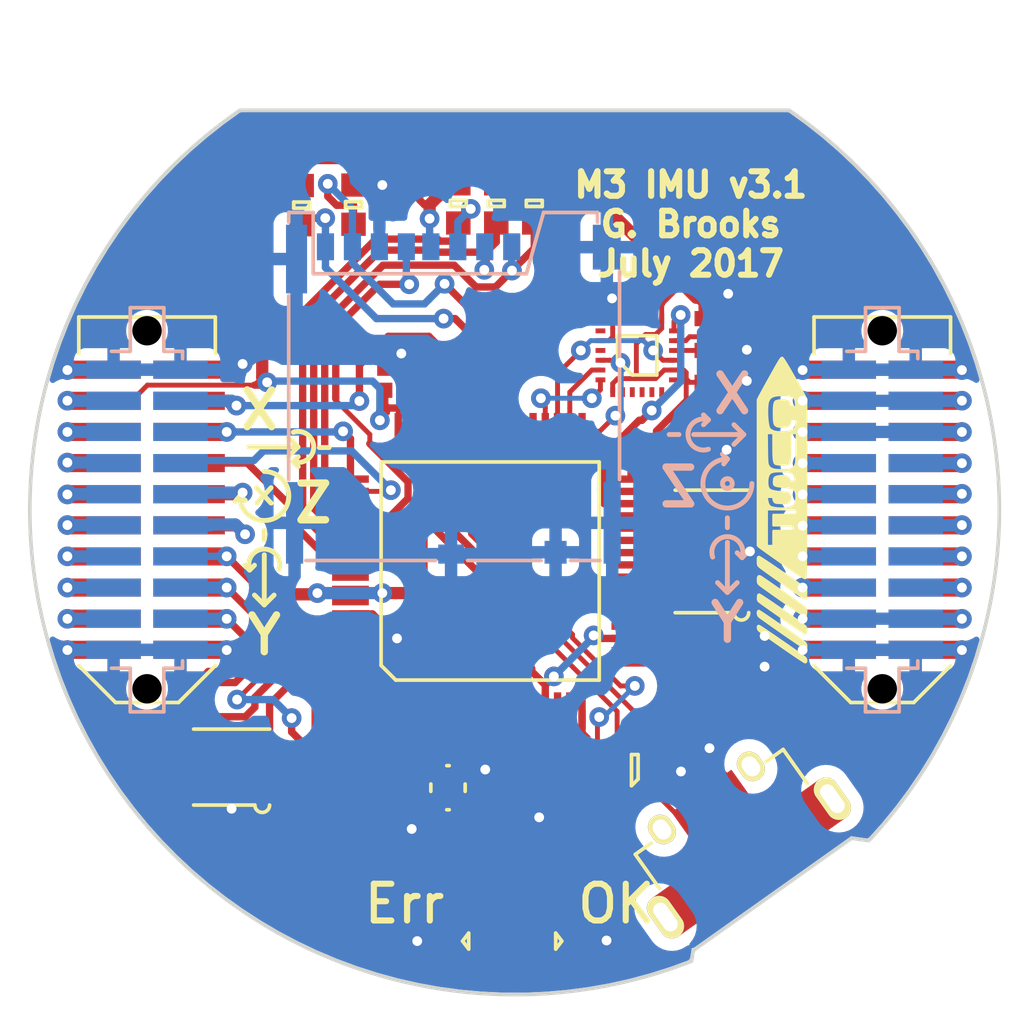
<source format=kicad_pcb>
(kicad_pcb (version 20221018) (generator pcbnew)
  (title_block (title "M3 IMU board layout") (date "2016-05-22") (rev "1.0") (company "Cambridge University Spaceflight") (comment 1 "Drawn by: Gregory Brooks"))
  (layers (0 "F.Cu" signal) (31 "B.Cu" signal) (34 "B.Paste" user) (35 "F.Paste" user) (36 "B.SilkS" user "B.Silkscreen") (37 "F.SilkS" user "F.Silkscreen") (38 "B.Mask" user) (39 "F.Mask" user) (44 "Edge.Cuts" user))
  (net 0 "")
  (net 1 "GND")
  (net 2 "Net-(C1-Pad2)")
  (net 3 "Net-(C2-Pad1)")
  (net 4 "3v3")
  (net 5 "Net-(C10-Pad1)")
  (net 6 "Net-(C11-Pad1)")
  (net 7 "/5v_CAN")
  (net 8 "Net-(C16-Pad1)")
  (net 9 "Net-(D1-Pad2)")
  (net 10 "Net-(D3-Pad2)")
  (net 11 "Net-(IC1-Pad6)")
  (net 12 "/LED_RED")
  (net 13 "/LED_GRN")
  (net 14 "/BARO_SCLK")
  (net 15 "/BARO_SDO")
  (net 16 "/BARO_SDI")
  (net 17 "/BARO_CS")
  (net 18 "/MPU_IRQ")
  (net 19 "/~{MPU_SS}")
  (net 20 "/JTMS")
  (net 21 "/JTCK")
  (net 22 "/JTDI")
  (net 23 "/CAN_RXD")
  (net 24 "/CAN_TXD")
  (net 25 "/CAN-")
  (net 26 "/CAN+")
  (net 27 "/JTDR")
  (net 28 "/PYRO_SO")
  (net 29 "/PYRO_SI")
  (net 30 "/CHARGE")
  (net 31 "/OTG_FS_DP")
  (net 32 "/OTG_FS_DM")
  (net 33 "/SCLK")
  (net 34 "/MISO")
  (net 35 "/MOSI")
  (net 36 "/USB_DETECT")
  (net 37 "Net-(D2-Pad1)")
  (net 38 "Net-(D2-Pad3)")
  (net 39 "/SDIO_D0")
  (net 40 "/SDIO_D1")
  (net 41 "/SDIO_D2")
  (net 42 "/SDIO_D3")
  (net 43 "/SDIO_CK")
  (net 44 "/SDIO_CMD")
  (net 45 "/3v3_RADIO")
  (net 46 "/3v3_FC")
  (net 47 "/3v3_PYRO")
  (net 48 "/3v3_DL")
  (net 49 "/RSVD1")
  (net 50 "/3v3_AUX1")
  (net 51 "/3v3_AUX2")
  (net 52 "/RSVD2")
  (net 53 "/5v_RADIO")
  (net 54 "/PYRO1")
  (net 55 "5v")
  (net 56 "/PYRO2")
  (net 57 "/5v_AUX1")
  (net 58 "/PYRO3")
  (net 59 "/5v_AUX2")
  (net 60 "/PYRO4")
  (net 61 "/5v_CAM")
  (net 62 "/PWR")
  (net 63 "/JTDO")
  (footprint "agg:0402" (layer "F.Cu") (at 95.25 111.4 90)
    (fp_text reference "C1")
    (fp_text value "10p")
  )
  (footprint "agg:0402" (layer "F.Cu") (at 97.405047 113.866527 180)
    (fp_text reference "C2")
    (fp_text value "10p")
  )
  (footprint "agg:0402" (layer "F.Cu") (at 108.7 106.4 180)
    (fp_text reference "C3")
    (fp_text value "4µ7")
  )
  (footprint "agg:0402" (layer "F.Cu") (at 107.025 97.05 180)
    (fp_text reference "C4")
    (fp_text value "100n")
  )
  (footprint "agg:0402" (layer "F.Cu") (at 91.75 106.25 -90)
    (fp_text reference "C5")
    (fp_text value "100n")
  )
  (footprint "agg:0402" (layer "F.Cu") (at 101.441107 111.565147)
    (fp_text reference "C6")
    (fp_text value "1µ")
  )
  (footprint "agg:0402" (layer "F.Cu") (at 106.5 106.4)
    (fp_text reference "C7")
    (fp_text value "100n")
  )
  (footprint "agg:0402" (layer "F.Cu") (at 94.7 94.675 -90)
    (fp_text reference "C8")
    (fp_text value "100n")
  )
  (footprint "agg:0402" (layer "F.Cu") (at 101.441107 110.065147)
    (fp_text reference "C9")
    (fp_text value "100n")
  )
  (footprint "agg:0402" (layer "F.Cu") (at 96 94.675 90)
    (fp_text reference "C10")
    (fp_text value "2µ2")
  )
  (footprint "agg:0402" (layer "F.Cu") (at 107 98.1)
    (fp_text reference "C11")
    (fp_text value "2µ2")
  )
  (footprint "agg:0402" (layer "F.Cu") (at 91.25 110.6 -90)
    (fp_text reference "C12")
    (fp_text value "100n")
  )
  (footprint "agg:0402" (layer "F.Cu") (at 108.1 92.2 180)
    (fp_text reference "C13")
    (fp_text value "100n")
  )
  (footprint "agg:0402" (layer "F.Cu") (at 108.1 94.8 180)
    (fp_text reference "C14")
    (fp_text value "10n")
  )
  (footprint "agg:0402" (layer "F.Cu") (at 108.7 105.15)
    (fp_text reference "C15")
    (fp_text value "100n")
  )
  (footprint "agg:0402" (layer "F.Cu") (at 108.1 93.5)
    (fp_text reference "C16")
    (fp_text value "100n")
  )
  (footprint "agg:0603-LED" (layer "F.Cu") (at 98 117.6)
    (fp_text reference "D1")
    (fp_text value "RED")
  )
  (footprint "agg:0603-LED" (layer "F.Cu") (at 101.8 117.6 180)
    (fp_text reference "D3")
    (fp_text value "GRN")
  )
  (footprint "agg:LQFP-64" (layer "F.Cu") (at 99 102.5 90)
    (fp_text reference "IC1")
    (fp_text value "STM32F405RxTx")
  )
  (footprint "agg:DFN-8-EP-MICROCHIP" (layer "F.Cu") (at 88.45 110.5 180)
    (fp_text reference "IC2")
    (fp_text value "MCP2562")
  )
  (footprint "agg:MS5611" (layer "F.Cu") (at 108.05 101.7 180)
    (fp_text reference "IC3")
    (fp_text value "MS5611-01BA03")
  )
  (footprint "agg:QFN-24-MPU9250" (layer "F.Cu") (at 105 93.7 90)
    (fp_text reference "IC4")
    (fp_text value "MPU-9250")
  )
  (footprint "agg:0402" (layer "F.Cu") (at 99.705047 111.366527 90)
    (fp_text reference "R1")
    (fp_text value "100")
  )
  (footprint "agg:0402" (layer "F.Cu") (at 98 116.2)
    (fp_text reference "R2")
    (fp_text value "100")
  )
  (footprint "agg:0402" (layer "F.Cu") (at 101.8 116.2 180)
    (fp_text reference "R4")
    (fp_text value "100")
  )
  (footprint "agg:XTAL-20x16" (layer "F.Cu") (at 97.280047 111.341527)
    (fp_text reference "Y1")
    (fp_text value "26M")
  )
  (footprint "M3_IMU:cusf_logo_small" (layer "F.Cu") (at 110.9 100)
    (fp_text reference "X1" hide)
    (fp_text value "PART" hide)
  )
  (footprint "agg:MICROUSB_MOLEX_47589-0001" (layer "F.Cu") (at 109.559409 114.2051 35.35)
    (fp_text reference "J1")
    (fp_text value "MICROUSB")
  )
  (footprint "agg:SOT-666" (layer "F.Cu") (at 104.902 110.49 180)
    (fp_text reference "D2")
    (fp_text value "USBLC6-2P6")
  )
  (footprint "agg:0603" (layer "F.Cu") (at 93.425 87.55 -90)
    (fp_text reference "R3")
    (fp_text value "47K")
  )
  (footprint "agg:0603" (layer "F.Cu") (at 91.31 87.57 -90)
    (fp_text reference "R6")
    (fp_text value "47K")
  )
  (footprint "agg:0603" (layer "F.Cu") (at 100.8 87.5 -90)
    (fp_text reference "R7")
    (fp_text value "47K")
  )
  (footprint "agg:0603" (layer "F.Cu") (at 99.25 87.5 -90)
    (fp_text reference "R8")
    (fp_text value "47K")
  )
  (footprint "agg:0603" (layer "F.Cu") (at 97.7 87.5 -90)
    (fp_text reference "R9")
    (fp_text value "47K")
  )
  (footprint "agg:0402" (layer "F.Cu") (at 95.675 86.75 180)
    (fp_text reference "C17")
    (fp_text value "100n")
  )
  (footprint "agg:TFML-110-02-L-D" (layer "F.Cu") (at 85 100 -90)
    (fp_text reference "J3")
    (fp_text value "WEST TOP")
  )
  (footprint "agg:TFML-110-02-L-D" (layer "F.Cu") (at 115 100 -90)
    (fp_text reference "J5")
    (fp_text value "EAST TOP")
  )
  (footprint "agg:SFML-110-02-L-D-LC" (layer "B.Cu") (at 85 100 -90)
    (fp_text reference "J2")
    (fp_text value "WEST BOT")
  )
  (footprint "agg:SFML-110-02-L-D-LC" (layer "B.Cu") (at 115 100 -90)
    (fp_text reference "J4")
    (fp_text value "EAST BOT")
  )
  (footprint "agg:MICROSD_MOLEX_503398-1892" (layer "B.Cu") (at 97.48 91.97 180)
    (fp_text reference "U2")
    (fp_text value "MICROSD-RESCUE-main")
  )
  (gr_line (start 106.705 96.93) (end 106.305 96.93) (stroke (width 0.2)) (layer "B.SilkS"))
  (gr_arc (start 107.905 97.53) (mid 107.072544 96.93) (end 107.905 96.33) (stroke (width 0.2)) (layer "B.SilkS"))
  (gr_line (start 107.905 96.33) (end 107.705 96.53) (stroke (width 0.2)) (layer "B.SilkS"))
  (gr_line (start 107.705 96.13) (end 107.905 96.33) (stroke (width 0.2)) (layer "B.SilkS"))
  (gr_line (start 109.305 96.93) (end 107.305 96.93) (stroke (width 0.2)) (layer "B.SilkS"))
  (gr_line (start 109.34858 96.93) (end 108.94858 97.33) (stroke (width 0.2)) (layer "B.SilkS"))
  (gr_line (start 109.34858 96.93) (end 108.94858 96.53) (stroke (width 0.2)) (layer "B.SilkS"))
  (gr_arc (start 109.68 98.93) (mid 107.972893 99.637107) (end 108.68 97.93) (stroke (width 0.2)) (layer "B.SilkS"))
  (gr_line (start 108.68 103.37358) (end 109.08 102.97358) (stroke (width 0.2)) (layer "B.SilkS"))
  (gr_line (start 108.68 97.93) (end 108.53 98.13) (stroke (width 0.2)) (layer "B.SilkS"))
  (gr_line (start 109.48 101.755) (end 109.28 101.955) (stroke (width 0.2)) (layer "B.SilkS"))
  (gr_line (start 108.68 97.93) (end 108.48 97.73) (stroke (width 0.2)) (layer "B.SilkS"))
  (gr_arc (start 108.08 101.93) (mid 108.68 101.097544) (end 109.28 101.93) (stroke (width 0.2)) (layer "B.SilkS"))
  (gr_line (start 108.68 103.33) (end 108.68 101.33) (stroke (width 0.2)) (layer "B.SilkS"))
  (gr_line (start 108.68 103.37358) (end 108.28 102.97358) (stroke (width 0.2)) (layer "B.SilkS"))
  (gr_line (start 108.68 100.73) (end 108.68 100.33) (stroke (width 0.2)) (layer "B.SilkS"))
  (gr_line (start 109.28 101.955) (end 109.08 101.755) (stroke (width 0.2)) (layer "B.SilkS"))
  (gr_circle (center 108.68 98.93) (end 108.88 98.93) (stroke (width 0.2)) (fill none) (layer "B.SilkS"))
  (gr_line (start 89.78344 101.237614) (end 89.78344 100.837614) (stroke (width 0.2)) (layer "F.SilkS"))
  (gr_line (start 88.6 99.66) (end 88.78344 99.437614) (stroke (width 0.2)) (layer "F.SilkS"))
  (gr_arc (start 89.78344 98.437614) (mid 90.490547 100.144721) (end 88.78344 99.437614) (stroke (width 0.2)) (layer "F.SilkS"))
  (gr_line (start 88.78 99.44) (end 89.01 99.62) (stroke (width 0.2)) (layer "F.SilkS"))
  (gr_line (start 91.16844 97.837614) (end 90.96844 98.037614) (stroke (width 0.2)) (layer "F.SilkS"))
  (gr_line (start 91.15486 97.437614) (end 90.75486 97.037614) (stroke (width 0.2)) (layer "F.SilkS"))
  (gr_arc (start 90.96844 96.837614) (mid 91.800896 97.437614) (end 90.96844 98.037614) (stroke (width 0.2)) (layer "F.SilkS"))
  (gr_line (start 91.15486 97.437614) (end 90.75486 97.837614) (stroke (width 0.2)) (layer "F.SilkS"))
  (gr_line (start 90.96844 98.037614) (end 91.16844 98.237614) (stroke (width 0.2)) (layer "F.SilkS"))
  (gr_line (start 92.03 97.46) (end 92.43 97.46) (stroke (width 0.2)) (layer "F.SilkS"))
  (gr_line (start 89.15844 97.437614) (end 91.15844 97.437614) (stroke (width 0.2)) (layer "F.SilkS"))
  (gr_line (start 89.78344 103.881194) (end 89.38344 103.481194) (stroke (width 0.2)) (layer "F.SilkS"))
  (gr_arc (start 89.18344 102.437614) (mid 89.78344 101.605158) (end 90.38344 102.437614) (stroke (width 0.2)) (layer "F.SilkS"))
  (gr_line (start 89.78344 103.837614) (end 89.78344 101.837614) (stroke (width 0.2)) (layer "F.SilkS"))
  (gr_line (start 88.98344 102.262614) (end 89.18344 102.462614) (stroke (width 0.2)) (layer "F.SilkS"))
  (gr_line (start 89.78344 103.881194) (end 90.18344 103.481194) (stroke (width 0.2)) (layer "F.SilkS"))
  (gr_line (start 89.18344 102.462614) (end 89.38344 102.262614) (stroke (width 0.2)) (layer "F.SilkS"))
  (gr_line (start 89.49 99.72) (end 90.06 99.1) (stroke (width 0.2)) (layer "F.SilkS"))
  (gr_line (start 89.47 99.1) (end 90.06 99.73) (stroke (width 0.2)) (layer "F.SilkS"))
  (gr_arc (start 111.2 83.7) (mid 119.660157 97.853322) (end 114.453719 113.498889) (stroke (width 0.15)) (layer "Edge.Cuts"))
  (gr_line (start 107.289376 117.982705) (end 113.74886 113.400668) (stroke (width 0.15)) (layer "Edge.Cuts"))
  (gr_line (start 107.289376 117.982705) (end 107.214358 118.419977) (stroke (width 0.15)) (layer "Edge.Cuts"))
  (gr_line (start 114.45 113.5) (end 113.74886 113.400668) (stroke (width 0.15)) (layer "Edge.Cuts"))
  (gr_arc (start 107.214358 118.419977) (mid 82.525562 109.272893) (end 88.790166 83.700241) (stroke (width 0.15)) (layer "Edge.Cuts"))
  (gr_line (start 88.79 83.7) (end 111.2 83.7) (stroke (width 0.15)) (layer "Edge.Cuts"))
  (gr_text "Z" (at 106.68 99.08) (layer "B.SilkS") (effects (font (size 1.5 1.5) (thickness 0.3)) (justify mirror)))
  (gr_text "Y" (at 108.68 104.605) (layer "B.SilkS") (effects (font (size 1.5 1.5) (thickness 0.3)) (justify mirror)))
  (gr_text "X" (at 108.88 95.28) (layer "B.SilkS") (effects (font (size 1.5 1.5) (thickness 0.3)) (justify mirror)))
  (gr_text "Z" (at 91.78344 99.587614 180) (layer "F.SilkS") (effects (font (size 1.5 1.5) (thickness 0.3))))
  (gr_text "X" (at 89.58344 95.787614 180) (layer "F.SilkS") (effects (font (size 1.5 1.5) (thickness 0.3))))
  (gr_text "Y" (at 89.78344 105.112614) (layer "F.SilkS") (effects (font (size 1.5 1.5) (thickness 0.3))))
  (gr_text "Err" (at 95.504 116.078) (layer "F.SilkS") (effects (font (size 1.5 1.5) (thickness 0.25))))
  (gr_text "OK" (at 104.14 116.078) (layer "F.SilkS") (effects (font (size 1.5 1.5) (thickness 0.25))))
  (gr_text "M3 IMU v3.1\nG. Brooks\nJuly 2017\n\n" (at 107.188 89.154) (layer "F.SilkS") (effects (font (size 1 1) (thickness 0.25))))
  (segment (start 109.15 101.075) (end 109.15 101.7) (width 0.3) (layer "F.Cu") (net 1))
  (segment (start 88.45 110.5) (end 88.45 112.2) (width 0.5) (layer "F.Cu") (net 1))
  (segment (start 108.55 94.8) (end 109.416 94.8) (width 0.5) (layer "F.Cu") (net 1))
  (segment (start 109.474 93.472) (end 108.578 93.472) (width 0.5) (layer "F.Cu") (net 1))
  (segment (start 109.072058 111.271141) (end 107.95 110.149083) (width 0.2) (layer "F.Cu") (net 1))
  (segment (start 108.3 98.06) (end 108.3 97.55) (width 0.5) (layer "F.Cu") (net 1))
  (segment (start 83.285 105.715) (end 81.76 105.715) (width 0.5) (layer "F.Cu") (net 1))
  (segment (start 93.3 105.75) (end 94.7 105.75) (width 0.3) (layer "F.Cu") (net 1))
  (segment (start 109.15 105.15) (end 110.2 105.15) (width 0.3) (layer "F.Cu") (net 1))
  (segment (start 108.578 93.472) (end 108.55 93.5) (width 0.5) (layer "F.Cu") (net 1))
  (segment (start 97.2 117.6) (end 96.025 117.6) (width 0.3) (layer "F.Cu") (net 1))
  (segment (start 104 92.2) (end 104 91.4) (width 0.2) (layer "F.Cu") (net 1))
  (segment (start 102.6 117.6) (end 103.725 117.6) (width 0.3) (layer "F.Cu") (net 1))
  (segment (start 88.25 105.725) (end 86.725 105.725) (width 0.5) (layer "F.Cu") (net 1))
  (segment (start 88.775 110.825) (end 88.45 110.5) (width 0.3) (layer "F.Cu") (net 1))
  (segment (start 118.25 94.3) (end 116.73 94.3) (width 0.5) (layer "F.Cu") (net 1))
  (segment (start 95.819953 113.005047) (end 95.8 113.025) (width 0.3) (layer "F.Cu") (net 1))
  (segment (start 96.705047 113.005047) (end 95.819953 113.005047) (width 0.3) (layer "F.Cu") (net 1))
  (segment (start 106.979998 93.1) (end 107.139999 92.939999) (width 0.2) (layer "F.Cu") (net 1))
  (segment (start 107.45 98.1) (end 108.26 98.1) (width 0.5) (layer "F.Cu") (net 1))
  (segment (start 106.05 106.4) (end 106.050001 107.010001) (width 0.3) (layer "F.Cu") (net 1))
  (segment (start 109.416 94.8) (end 109.474 94.742) (width 0.5) (layer "F.Cu") (net 1))
  (segment (start 111.76 105.715) (end 111.75 105.725) (width 0.5) (layer "F.Cu") (net 1))
  (segment (start 90 110.825) (end 90.375 110.825) (width 0.3) (layer "F.Cu") (net 1))
  (segment (start 100.75 108.2) (end 100.75 109.15) (width 0.2) (layer "F.Cu") (net 1))
  (segment (start 104 92.6) (end 104 92.2) (width 0.2) (layer "F.Cu") (net 1))
  (segment (start 95.25 111.85) (end 96.48852 111.85) (width 0.3) (layer "F.Cu") (net 1))
  (segment (start 116.725 105.725) (end 116.715 105.715) (width 0.5) (layer "F.Cu") (net 1))
  (segment (start 96.705047 113.005047) (end 96.955047 113.255047) (width 0.3) (layer "F.Cu") (net 1))
  (segment (start 108.499999 92.939999) (end 108.55 92.99) (width 0.2) (layer "F.Cu") (net 1))
  (segment (start 111.75 94.3) (end 113.27 94.3) (width 0.5) (layer "F.Cu") (net 1))
  (segment (start 93.3 104.25) (end 94.2 104.25) (width 0.3) (layer "F.Cu") (net 1))
  (segment (start 87.575 111.475) (end 88.45 110.6) (width 0.3) (layer "F.Cu") (net 1))
  (segment (start 104.7 105.75) (end 105.91 105.75) (width 0.2) (layer "F.Cu") (net 1))
  (segment (start 106.5 93.1) (end 106.979998 93.1) (width 0.2) (layer "F.Cu") (net 1))
  (segment (start 109.15 101.7) (end 109.15 102.325) (width 0.3) (layer "F.Cu") (net 1))
  (segment (start 86.725 105.725) (end 86.715 105.715) (width 0.5) (layer "F.Cu") (net 1))
  (segment (start 88.45 110.6) (end 88.45 110.5) (width 0.3) (layer "F.Cu") (net 1))
  (segment (start 81.75 94.3) (end 83.27 94.3) (width 0.5) (layer "F.Cu") (net 1))
  (segment (start 95.325 93.675) (end 95.375 93.625) (width 0.3) (layer "F.Cu") (net 1))
  (segment (start 105.91 105.75) (end 106.05 105.89) (width 0.2) (layer "F.Cu") (net 1))
  (segment (start 96.955047 113.255047) (end 96.955047 113.866527) (width 0.3) (layer "F.Cu") (net 1))
  (segment (start 108.55 92.99) (end 108.55 93.5) (width 0.2) (layer "F.Cu") (net 1))
  (segment (start 108.26 98.1) (end 108.3 98.06) (width 0.5) (layer "F.Cu") (net 1))
  (segment (start 100.75 109.4) (end 100.991107 109.641107) (width 0.3) (layer "F.Cu") (net 1))
  (segment (start 100.991107 110.065147) (end 100.991107 111.565147) (width 0.3) (layer "F.Cu") (net 1))
  (segment (start 95.325 94.225) (end 95.325 93.675) (width 0.3) (layer "F.Cu") (net 1))
  (segment (start 94.7 105.75) (end 95.2 105.25) (width 0.3) (layer "F.Cu") (net 1))
  (segment (start 93.3 105.75) (end 91.8 105.75) (width 0.2) (layer "F.Cu") (net 1))
  (segment (start 108.55 92.2) (end 108.55 91.348) (width 0.5) (layer "F.Cu") (net 1))
  (segment (start 96.48852 111.85) (end 96.705047 112.066527) (width 0.3) (layer "F.Cu") (net 1))
  (segment (start 86.9 111.475) (end 87.575 111.475) (width 0.3) (layer "F.Cu") (net 1))
  (segment (start 86.715 94.285) (end 88.665 94.285) (width 0.5) (layer "F.Cu") (net 1))
  (segment (start 107.139999 92.939999) (end 108.499999 92.939999) (width 0.2) (layer "F.Cu") (net 1))
  (segment (start 109.15 106.4) (end 110.2 106.4) (width 0.3) (layer "F.Cu") (net 1))
  (segment (start 90.6 111.05) (end 91.25 111.05) (width 0.3) (layer "F.Cu") (net 1))
  (segment (start 95.325 94.225) (end 94.7 94.225) (width 0.3) (layer "F.Cu") (net 1))
  (segment (start 96 94.225) (end 95.325 94.225) (width 0.3) (layer "F.Cu") (net 1))
  (segment (start 108.3 97.55) (end 108.65 97.55) (width 0.5) (layer "F.Cu") (net 1))
  (segment (start 107.95 110.149083) (end 107.95 109.728) (width 0.2) (layer "F.Cu") (net 1))
  (segment (start 109.15 107.01) (end 109.15 106.4) (width 0.3) (layer "F.Cu") (net 1))
  (segment (start 103.725 117.6) (end 103.75 117.575) (width 0.3) (layer "F.Cu") (net 1))
  (segment (start 91.8 105.75) (end 91.75 105.8) (width 0.2) (layer "F.Cu") (net 1))
  (segment (start 105.622 110.49) (end 106.596238 110.49) (width 0.2) (layer "F.Cu") (net 1))
  (segment (start 118.25 105.725) (end 116.725 105.725) (width 0.5) (layer "F.Cu") (net 1))
  (segment (start 104 92.950002) (end 104 92.6) (width 0.2) (layer "F.Cu") (net 1))
  (segment (start 106.596238 110.49) (end 106.785789 110.679551) (width 0.2) (layer "F.Cu") (net 1))
  (segment (start 113.27 94.3) (end 113.285 94.285) (width 0.5) (layer "F.Cu") (net 1))
  (segment (start 106.05 105.89) (end 106.05 106.4) (width 0.2) (layer "F.Cu") (net 1))
  (segment (start 98.783473 110.616527) (end 98.8 110.6) (width 0.3) (layer "F.Cu") (net 1))
  (segment (start 97.855047 110.616527) (end 98.783473 110.616527) (width 0.3) (layer "F.Cu") (net 1))
  (segment (start 100.991107 109.641107) (end 100.991107 110.065147) (width 0.3) (layer "F.Cu") (net 1))
  (segment (start 103.850002 93.1) (end 104 92.950002) (width 0.2) (layer "F.Cu") (net 1))
  (segment (start 113.285 105.715) (end 111.76 105.715) (width 0.5) (layer "F.Cu") (net 1))
  (segment (start 106.050001 107.010001) (end 109.15 107.01) (width 0.3) (layer "F.Cu") (net 1))
  (segment (start 100.991107 112.541107) (end 101 112.55) (width 0.5) (layer "F.Cu") (net 1))
  (segment (start 108.3 97.065) (end 108.3 97.55) (width 0.5) (layer "F.Cu") (net 1))
  (segment (start 107.475 97.05) (end 108.285 97.05) (width 0.5) (layer "F.Cu") (net 1))
  (segment (start 103.5 93.1) (end 103.850002 93.1) (width 0.2) (layer "F.Cu") (net 1))
  (segment (start 100.991107 111.565147) (end 100.991107 112.541107) (width 0.5) (layer "F.Cu") (net 1))
  (segment (start 96.705047 112.066527) (end 96.705047 113.005047) (width 0.3) (layer "F.Cu") (net 1))
  (segment (start 108.55 91.348) (end 108.712 91.186) (width 0.5) (layer "F.Cu") (net 1))
  (segment (start 104 91.4) (end 103.975 91.375) (width 0.2) (layer "F.Cu") (net 1))
  (segment (start 100.75 109.15) (end 100.75 109.4) (width 0.2) (layer "F.Cu") (net 1))
  (segment (start 90 110.825) (end 88.775 110.825) (width 0.3) (layer "F.Cu") (net 1))
  (segment (start 108.285 97.05) (end 108.3 97.065) (width 0.5) (layer "F.Cu") (net 1))
  (segment (start 95.225 86.75) (end 94.6 86.75) (width 0.2) (layer "F.Cu") (net 1))
  (segment (start 90.375 110.825) (end 90.6 111.05) (width 0.3) (layer "F.Cu") (net 1))
  (segment (start 81.76 105.715) (end 81.75 105.725) (width 0.5) (layer "F.Cu") (net 1))
  (segment (start 83.27 94.3) (end 83.285 94.285) (width 0.5) (layer "F.Cu") (net 1))
  (segment (start 88.665 94.285) (end 88.9 94.05) (width 0.5) (layer "F.Cu") (net 1))
  (segment (start 116.73 94.3) (end 116.715 94.285) (width 0.5) (layer "F.Cu") (net 1))
  (segment (start 108.499999 93.449999) (end 108.55 93.5) (width 0.5) (layer "F.Cu") (net 1))
  (segment (start 109.15 101.7) (end 109.6 101.7) (width 0.3) (layer "F.Cu") (net 1))
  (segment (start 94.2 104.25) (end 95.2 105.25) (width 0.3) (layer "F.Cu") (net 1))
  (via (at 95.8 113.025) (size 0.8) (drill 0.4) (layers "F.Cu" "B.Cu") (net 1))
  (via (at 111.75 94.3) (size 0.8) (drill 0.4) (layers "F.Cu" "B.Cu") (net 1))
  (via (at 81.75 94.3) (size 0.8) (drill 0.4) (layers "F.Cu" "B.Cu") (net 1))
  (via (at 118.25 94.3) (size 0.8) (drill 0.4) (layers "F.Cu" "B.Cu") (net 1))
  (via (at 95.2 105.25) (size 0.8) (drill 0.4) (layers "F.Cu" "B.Cu") (net 1))
  (via (at 108.712 91.186) (size 0.8) (drill 0.4) (layers "F.Cu" "B.Cu") (net 1))
  (via (at 110.2 105.15) (size 0.8) (drill 0.4) (layers "F.Cu" "B.Cu") (net 1))
  (via (at 111.75 105.725) (size 0.8) (drill 0.4) (layers "F.Cu" "B.Cu") (net 1))
  (via (at 118.25 105.725) (size 0.8) (drill 0.4) (layers "F.Cu" "B.Cu") (net 1))
  (via (at 106.785789 110.679551) (size 0.8) (drill 0.4) (layers "F.Cu" "B.Cu") (net 1))
  (via (at 101 112.55) (size 0.8) (drill 0.4) (layers "F.Cu" "B.Cu") (net 1))
  (via (at 103.75 117.575) (size 0.8) (drill 0.4) (layers "F.Cu" "B.Cu") (net 1))
  (via (at 98.8 110.6) (size 0.8) (drill 0.4) (layers "F.Cu" "B.Cu") (net 1))
  (via (at 88.25 105.725) (size 0.8) (drill 0.4) (layers "F.Cu" "B.Cu") (net 1))
  (via (at 81.75 105.725) (size 0.8) (drill 0.4) (layers "F.Cu" "B.Cu") (net 1))
  (via (at 88.9 94.05) (size 0.8) (drill 0.4) (layers "F.Cu" "B.Cu") (net 1))
  (via (at 109.474 94.742) (size 0.8) (drill 0.4) (layers "F.Cu" "B.Cu") (net 1))
  (via (at 107.95 109.728) (size 0.8) (drill 0.4) (layers "F.Cu" "B.Cu") (net 1))
  (via (at 103.975 91.375) (size 0.8) (drill 0.4) (layers "F.Cu" "B.Cu") (net 1))
  (via (at 96.025 117.6) (size 0.8) (drill 0.4) (layers "F.Cu" "B.Cu") (net 1))
  (via (at 88.45 112.2) (size 0.8) (drill 0.4) (layers "F.Cu" "B.Cu") (net 1))
  (via (at 95.375 93.625) (size 0.8) (drill 0.4) (layers "F.Cu" "B.Cu") (net 1))
  (via (at 94.6 86.75) (size 0.8) (drill 0.4) (layers "F.Cu" "B.Cu") (net 1))
  (via (at 109.474 93.472) (size 0.8) (drill 0.4) (layers "F.Cu" "B.Cu") (net 1))
  (via (at 110.2 106.4) (size 0.8) (drill 0.4) (layers "F.Cu" "B.Cu") (net 1))
  (via (at 108.65 97.55) (size 0.8) (drill 0.4) (layers "F.Cu" "B.Cu") (net 1))
  (via (at 109.6 101.7) (size 0.8) (drill 0.4) (layers "F.Cu" "B.Cu") (net 1))
  (segment (start 86.365 105.715) (end 88.24 105.715) (width 0.5) (layer "B.Cu") (net 1))
  (segment (start 88.9 94.05) (end 88.665 94.285) (width 0.5) (layer "B.Cu") (net 1))
  (segment (start 111.350001 106.150001) (end 113.3 108.1) (width 0.3) (layer "B.Cu") (net 1))
  (segment (start 108.712 92.71) (end 109.474 93.472) (width 0.5) (layer "B.Cu") (net 1))
  (segment (start 81.75 105.725) (end 83.625 105.725) (width 0.5) (layer "B.Cu") (net 1))
  (segment (start 113.635 94.285) (end 111.765 94.285) (width 0.5) (layer "B.Cu") (net 1))
  (segment (start 88.665 94.285) (end 86.365 94.285) (width 0.5) (layer "B.Cu") (net 1))
  (segment (start 111.765 94.285) (end 111.75 94.3) (width 0.5) (layer "B.Cu") (net 1))
  (segment (start 88.25 106.6) (end 88.25 105.725) (width 0.3) (layer "B.Cu") (net 1))
  (segment (start 118.24 105.715) (end 118.25 105.725) (width 0.5) (layer "B.Cu") (net 1))
  (segment (start 103.75 117.575) (end 96.05 117.575) (width 0.3) (layer "B.Cu") (net 1))
  (segment (start 111.75 105.725) (end 113.625 105.725) (width 0.5) (layer "B.Cu") (net 1))
  (segment (start 118.235 94.285) (end 118.25 94.3) (width 0.5) (layer "B.Cu") (net 1))
  (segment (start 108.825 91.375) (end 111.75 94.3) (width 0.2) (layer "B.Cu") (net 1))
  (segment (start 87.85 94.275) (end 86.375 94.275) (width 0.5) (layer "B.Cu") (net 1))
  (segment (start 87.875 94.3) (end 87.85 94.275) (width 0.5) (layer "B.Cu") (net 1))
  (segment (start 88.01759 106.83241) (end 88.25 106.6) (width 0.3) (layer "B.Cu") (net 1))
  (segment (start 116.365 105.715) (end 118.24 105.715) (width 0.5) (layer "B.Cu") (net 1))
  (segment (start 107.73734 109.728) (end 106.785789 110.679551) (width 0.2) (layer "B.Cu") (net 1))
  (segment (start 94.525 88.275) (end 94.5 88.3) (width 0.2) (layer "B.Cu") (net 1))
  (segment (start 88.24 105.715) (end 88.25 105.725) (width 0.5) (layer "B.Cu") (net 1))
  (segment (start 94.6 88.2) (end 94.5 88.3) (width 0.2) (layer "B.Cu") (net 1))
  (segment (start 94.6 86.75) (end 94.6 88.2) (width 0.2) (layer "B.Cu") (net 1))
  (segment (start 116.365 94.285) (end 118.235 94.285) (width 0.5) (layer "B.Cu") (net 1))
  (segment (start 107.95 109.728) (end 107.73734 109.728) (width 0.2) (layer "B.Cu") (net 1))
  (segment (start 86.375 94.275) (end 86.365 94.285) (width 0.5) (layer "B.Cu") (net 1))
  (segment (start 83.625 105.725) (end 83.635 105.715) (width 0.5) (layer "B.Cu") (net 1))
  (segment (start 113.625 105.725) (end 113.635 105.715) (width 0.5) (layer "B.Cu") (net 1))
  (segment (start 83.635 94.285) (end 81.765 94.285) (width 0.5) (layer "B.Cu") (net 1))
  (segment (start 96.05 117.575) (end 96.025 117.6) (width 0.3) (layer "B.Cu") (net 1))
  (segment (start 95.8 113.025) (end 96.275 112.55) (width 0.3) (layer "B.Cu") (net 1))
  (segment (start 89.05 94.2) (end 88.9 94.05) (width 0.3) (layer "B.Cu") (net 1))
  (segment (start 111.350001 106.124999) (end 111.350001 106.150001) (width 0.3) (layer "B.Cu") (net 1))
  (segment (start 81.765 94.285) (end 81.75 94.3) (width 0.5) (layer "B.Cu") (net 1))
  (segment (start 96.275 112.55) (end 101 112.55) (width 0.3) (layer "B.Cu") (net 1))
  (segment (start 113.635 94.285) (end 116.365 94.285) (width 0.5) (layer "B.Cu") (net 1))
  (segment (start 111.75 105.725) (end 111.350001 106.124999) (width 0.3) (layer "B.Cu") (net 1))
  (segment (start 108.712 91.186) (end 108.712 92.71) (width 0.5) (layer "B.Cu") (net 1))
  (segment (start 96.371574 110.95) (end 96.705047 110.616527) (width 0.3) (layer "F.Cu") (net 2))
  (segment (start 97.25 108.2) (end 97.25 109.15) (width 0.2) (layer "F.Cu") (net 2))
  (segment (start 95.25 110.95) (end 96.371574 110.95) (width 0.3) (layer "F.Cu") (net 2))
  (segment (start 97.25 109.15) (end 96.705047 109.694953) (width 0.3) (layer "F.Cu") (net 2))
  (segment (start 96.705047 109.694953) (end 96.705047 109.941527) (width 0.3) (layer "F.Cu") (net 2))
  (segment (start 96.705047 109.941527) (end 96.705047 110.616527) (width 0.3) (layer "F.Cu") (net 2))
  (segment (start 97.855047 112.066527) (end 98.833473 112.066527) (width 0.3) (layer "F.Cu") (net 3))
  (segment (start 99.083473 111.816527) (end 99.705047 111.816527) (width 0.3) (layer "F.Cu") (net 3))
  (segment (start 97.855047 112.066527) (end 97.855047 113.866527) (width 0.3) (layer "F.Cu") (net 3))
  (segment (start 98.833473 112.066527) (end 99.083473 111.816527) (width 0.3) (layer "F.Cu") (net 3))
  (segment (start 100.8 86.7) (end 100.8 85.7) (width 0.5) (layer "F.Cu") (net 4))
  (segment (start 101.25 107.15) (end 101.6 106.8) (width 0.3) (layer "F.Cu") (net 4))
  (segment (start 106.9 94.3) (end 106.5 94.3) (width 0.2) (layer "F.Cu") (net 4))
  (segment (start 83.285 95.555) (end 81.755 95.555) (width 0.5) (layer "F.Cu") (net 4))
  (segment (start 101.891107 110.065147) (end 101.891107 111.565147) (width 0.3) (layer "F.Cu") (net 4))
  (segment (start 89.384999 94.915001) (end 89.700001 94.599999) (width 0.2) (layer "F.Cu") (net 4))
  (segment (start 99.1 85.65) (end 97.825 85.65) (width 0.5) (layer "F.Cu") (net 4))
  (segment (start 91.9 103.45) (end 91.95 103.4) (width 0.3) (layer "F.Cu") (net 4))
  (segment (start 93.425 86.75) (end 93.425 85.675) (width 0.5) (layer "F.Cu") (net 4))
  (segment (start 104.7 98.14) (end 104.7 98.4) (width 0.2) (layer "F.Cu") (net 4))
  (segment (start 101.25 108.2) (end 101.25 107.15) (width 0.3) (layer "F.Cu") (net 4))
  (segment (start 96.200011 103.4) (end 96.200011 106.199989) (width 0.5) (layer "F.Cu") (net 4))
  (segment (start 89.756075 107.3) (end 90.08998 106.966095) (width 0.3) (layer "F.Cu") (net 4))
  (segment (start 95.900001 106.499999) (end 95.25 107.15) (width 0.3) (layer "F.Cu") (net 4))
  (segment (start 95.25 97.740002) (end 96.146176 98.636178) (width 0.3) (layer "F.Cu") (net 4))
  (segment (start 99.25 85.725) (end 99.175 85.65) (width 0.5) (layer "F.Cu") (net 4))
  (segment (start 106 92.2) (end 106 92.6) (width 0.2) (layer "F.Cu") (net 4))
  (segment (start 96.53 87.554315) (end 96.849999 87.234316) (width 0.5) (layer "F.Cu") (net 4))
  (segment (start 105.79 96.787604) (end 105.79 97.05) (width 0.3) (layer "F.Cu") (net 4))
  (segment (start 108.25 106.4) (end 106.95 106.4) (width 0.3) (layer "F.Cu") (net 4))
  (segment (start 96.125 86.75) (end 96.125 87.36) (width 0.3) (layer "F.Cu") (net 4))
  (segment (start 101.559998 109.45) (end 101.559998 109.459998) (width 0.3) (layer "F.Cu") (net 4))
  (segment (start 96.8 85.65) (end 93.4 85.65) (width 0.5) (layer "F.Cu") (net 4))
  (segment (start 94.7 95.735) (end 94.815 95.85) (width 0.3) (layer "F.Cu") (net 4))
  (segment (start 89.9 94.8) (end 89.784999 94.915001) (width 0.3) (layer "F.Cu") (net 4))
  (segment (start 103.34424 105.25) (end 104.7 105.25) (width 0.3) (layer "F.Cu") (net 4))
  (segment (start 96.200011 98.636178) (end 96.200011 103.4) (width 0.5) (layer "F.Cu") (net 4))
  (segment (start 108.4 103.575) (end 108.25 103.725) (width 0.2) (layer "F.Cu") (net 4))
  (segment (start 91.31 86.77) (end 91.31 85.665) (width 0.5) (layer "F.Cu") (net 4))
  (segment (start 95.25 96.8) (end 95.25 97.740002) (width 0.3) (layer "F.Cu") (net 4))
  (segment (start 96.849999 87.234316) (end 96.849999 85.699999) (width 0.5) (layer "F.Cu") (net 4))
  (segment (start 105.337999 92.849999) (end 104.96569 93.222308) (width 0.2) (layer "F.Cu") (net 4))
  (segment (start 103.22212 105.12788) (end 103.34424 105.25) (width 0.3) (layer "F.Cu") (net 4))
  (segment (start 106 91.575) (end 106 91.54) (width 0.3) (layer "F.Cu") (net 4))
  (segment (start 101.891107 109.791107) (end 101.891107 110.065147) (width 0.3) (layer "F.Cu") (net 4))
  (segment (start 106.51 105.15) (end 106.41 105.25) (width 0.3) (layer "F.Cu") (net 4))
  (segment (start 96.319315 87.554315) (end 96.53 87.554315) (width 0.3) (layer "F.Cu") (net 4))
  (segment (start 105.750001 92.849999) (end 105.337999 92.849999) (width 0.2) (layer "F.Cu") (net 4))
  (segment (start 104.7 98.4) (end 104.7 98.75) (width 0.2) (layer "F.Cu") (net 4))
  (segment (start 95.25 95.85) (end 95.25 96.8) (width 0.2) (layer "F.Cu") (net 4))
  (segment (start 94.5 96.35) (end 94.5 95.95) (width 0.3) (layer "F.Cu") (net 4))
  (segment (start 107.14 94.8) (end 107 94.66) (width 0.2) (layer "F.Cu") (net 4))
  (segment (start 100.8 85.7) (end 100.85 85.65) (width 0.5) (layer "F.Cu") (net 4))
  (segment (start 84.375 95.555) (end 85.014999 94.915001) (width 0.2) (layer "F.Cu") (net 4))
  (segment (start 101.71 85.65) (end 106.8 90.74) (width 0.5) (layer "F.Cu") (net 4))
  (segment (start 93.3 106.25) (end 93.3 106.6) (width 0.2) (layer "F.Cu") (net 4))
  (segment (start 94.6 95.85) (end 94.815 95.85) (width 0.3) (layer "F.Cu") (net 4))
  (segment (start 89.700001 86.474999) (end 90.525 85.65) (width 0.5) (layer "F.Cu") (net 4))
  (segment (start 97.825 85.65) (end 96.8 85.65) (width 0.5) (layer "F.Cu") (net 4))
  (segment (start 101.25 107.15) (end 100.599999 106.499999) (width 0.3) (layer "F.Cu") (net 4))
  (segment (start 89.4 108.055667) (end 89.4 107.656075) (width 0.3) (layer "F.Cu") (net 4))
  (segment (start 104 95.2) (end 104 94.849998) (width 0.2) (layer "F.Cu") (net 4))
  (segment (start 106 91.575) (end 106 92.2) (width 0.2) (layer "F.Cu") (net 4))
  (segment (start 90.75 103.9) (end 90.75 103.45) (width 0.5) (layer "F.Cu") (net 4))
  (segment (start 100.85 85.65) (end 99.1 85.65) (width 0.5) (layer "F.Cu") (net 4))
  (segment (start 97.7 85.725) (end 97.775 85.65) (width 0.5) (layer "F.Cu") (net 4))
  (segment (start 83.285 95.555) (end 84.375 95.555) (width 0.2) (layer "F.Cu") (net 4))
  (segment (start 107 94.66) (end 107 95.577604) (width 0.2) (layer "F.Cu") (net 4))
  (segment (start 101.949932 111.623972) (end 101.891107 111.565147) (width 0.2) (layer "F.Cu") (net 4))
  (segment (start 101.25 108.2) (end 101.25 109.140002) (width 0.2) (layer "F.Cu") (net 4))
  (segment (start 90.289979 106.760021) (end 90.289979 104.89791) (width 0.2) (layer "F.Cu") (net 4))
  (segment (start 86.9 109.525) (end 86.9 109.05) (width 0.3) (layer "F.Cu") (net 4))
  (segment (start 108.25 103.725) (end 108.25 105.15) (width 0.2) (layer "F.Cu") (net 4))
  (segment (start 100.299989 106.199989) (end 100.599999 106.499999) (width 0.5) (layer "F.Cu") (net 4))
  (segment (start 106 91.54) (end 106.8 90.74) (width 0.3) (layer "F.Cu") (net 4))
  (segment (start 94.600002 103.4) (end 95.165687 103.4) (width 0.5) (layer "F.Cu") (net 4))
  (segment (start 96.53 88.12) (end 96.53 87.554315) (width 0.5) (layer "F.Cu") (net 4))
  (segment (start 95.25 107.15) (end 94.35 106.25) (width 0.3) (layer "F.Cu") (net 4))
  (segment (start 93.2 106.7) (end 92.85 106.7) (width 0.2) (layer "F.Cu") (net 4))
  (segment (start 90.289979 104.89791) (end 90.75 104.437889) (width 0.2) (layer "F.Cu") (net 4))
  (segment (start 105.79 97.05) (end 104.7 98.14) (width 0.3) (layer "F.Cu") (net 4))
  (segment (start 89.4 107.656075) (end 89.756075 107.3) (width 0.3) (layer "F.Cu") (net 4))
  (segment (start 106 92.6) (end 105.750001 92.849999) (width 0.2) (layer "F.Cu") (net 4))
  (segment (start 89.009841 108.445826) (end 89.4 108.055667) (width 0.3) (layer "F.Cu") (net 4))
  (segment (start 106.41 105.25) (end 104.7 105.25) (width 0.2) (layer "F.Cu") (net 4))
  (segment (start 107.65 94.8) (end 107.14 94.8) (width 0.2) (layer "F.Cu") (net 4))
  (segment (start 104.96569 93.222308) (end 104.96569 94.583806) (width 0.2) (layer "F.Cu") (net 4))
  (segment (start 99.25 86.7) (end 99.25 85.725) (width 0.5) (layer "F.Cu") (net 4))
  (segment (start 93.425 85.675) (end 93.4 85.65) (width 0.5) (layer "F.Cu") (net 4))
  (segment (start 97.775 85.65) (end 97.825 85.65) (width 0.5) (layer "F.Cu") (net 4))
  (segment (start 89.700001 86.474999) (end 89.700001 94.599999) (width 0.5) (layer "F.Cu") (net 4))
  (segment (start 96.849999 85.699999) (end 96.8 85.65) (width 0.5) (layer "F.Cu") (net 4))
  (segment (start 93.3 106.6) (end 93.2 106.7) (width 0.2) (layer "F.Cu") (net 4))
  (segment (start 90.08998 106.96002) (end 90.289979 106.760021) (width 0.2) (layer "F.Cu") (net 4))
  (segment (start 86.9 109.05) (end 87.504174 108.445826) (width 0.3) (layer "F.Cu") (net 4))
  (segment (start 106.95 105.79) (end 106.41 105.25) (width 0.3) (layer "F.Cu") (net 4))
  (segment (start 104 94.849998) (end 104.200502 94.649496) (width 0.2) (layer "F.Cu") (net 4))
  (segment (start 106.575 97.05) (end 105.79 97.05) (width 0.3) (layer "F.Cu") (net 4))
  (segment (start 90.08998 106.966095) (end 90.08998 106.96002) (width 0.2) (layer "F.Cu") (net 4))
  (segment (start 90.75 104.437889) (end 90.75 103.9) (width 0.2) (layer "F.Cu") (net 4))
  (segment (start 101.25 109.140002) (end 101.559998 109.45) (width 0.3) (layer "F.Cu") (net 4))
  (segment (start 104.96569 94.583806) (end 104.9 94.649496) (width 0.2) (layer "F.Cu") (net 4))
  (segment (start 108.25 105.15) (end 106.51 105.15) (width 0.3) (layer "F.Cu") (net 4))
  (segment (start 91.75 106.7) (end 92.85 106.7) (width 0.2) (layer "F.Cu") (net 4))
  (segment (start 91.31 85.665) (end 91.325 85.65) (width 0.5) (layer "F.Cu") (net 4))
  (segment (start 107 94.66) (end 107 94.4) (width 0.2) (layer "F.Cu") (net 4))
  (segment (start 105.750504 94.649496) (end 106.1 94.3) (width 0.2) (layer "F.Cu") (net 4))
  (segment (start 95.25 108.2) (end 95.25 107.15) (width 0.3) (layer "F.Cu") (net 4))
  (segment (start 107 94.4) (end 106.9 94.3) (width 0.2) (layer "F.Cu") (net 4))
  (segment (start 87.504174 108.445826) (end 89.009841 108.445826) (width 0.3) (layer "F.Cu") (net 4))
  (segment (start 89.784999 94.915001) (end 89.384999 94.915001) (width 0.3) (layer "F.Cu") (net 4))
  (segment (start 94.815 95.85) (end 94.815 96.035) (width 0.2) (layer "F.Cu") (net 4))
  (segment (start 106.1 94.3) (end 106.5 94.3) (width 0.2) (layer "F.Cu") (net 4))
  (segment (start 89.700001 94.599999) (end 89.699999 94.600001) (width 0.5) (layer "F.Cu") (net 4))
  (segment (start 107.65 92.2) (end 107.65 91.59) (width 0.3) (layer "F.Cu") (net 4))
  (segment (start 96.146176 98.636178) (end 96.200011 98.636178) (width 0.3) (layer "F.Cu") (net 4))
  (segment (start 101.71 85.65) (end 100.85 85.65) (width 0.5) (layer "F.Cu") (net 4))
  (segment (start 95.165687 103.4) (end 96.200011 103.4) (width 0.5) (layer "F.Cu") (net 4))
  (segment (start 94.5 95.95) (end 94.6 95.85) (width 0.3) (layer "F.Cu") (net 4))
  (segment (start 96.125 87.36) (end 96.319315 87.554315) (width 0.3) (layer "F.Cu") (net 4))
  (segment (start 106.8 90.74) (end 107.409999 91.349999) (width 0.5) (layer "F.Cu") (net 4))
  (segment (start 106.95 105.79) (end 106.95 106.4) (width 0.3) (layer "F.Cu") (net 4))
  (segment (start 81.755 95.555) (end 81.75 95.55) (width 0.5) (layer "F.Cu") (net 4))
  (segment (start 104.200502 94.649496) (end 104.9 94.649496) (width 0.2) (layer "F.Cu") (net 4))
  (segment (start 99.175 85.65) (end 99.1 85.65) (width 0.5) (layer "F.Cu") (net 4))
  (segment (start 90.75 104.437889) (end 90.75 104.35) (width 0.2) (layer "F.Cu") (net 4))
  (segment (start 93.4 85.65) (end 91.325 85.65) (width 0.5) (layer "F.Cu") (net 4))
  (segment (start 101.25 107.15) (end 101.25 107.125) (width 0.3) (layer "F.Cu") (net 4))
  (segment (start 96.200011 106.199989) (end 95.900001 106.499999) (width 0.5) (layer "F.Cu") (net 4))
  (segment (start 104.9 94.649496) (end 105.750504 94.649496) (width 0.2) (layer "F.Cu") (net 4))
  (segment (start 94.7 95.125) (end 94.7 95.735) (width 0.3) (layer "F.Cu") (net 4))
  (segment (start 94.815 96.035) (end 94.5 96.35) (width 0.2) (layer "F.Cu") (net 4))
  (segment (start 94.815 95.85) (end 95.25 95.85) (width 0.3) (layer "F.Cu") (net 4))
  (segment (start 91.325 85.65) (end 90.525 85.65) (width 0.5) (layer "F.Cu") (net 4))
  (segment (start 101.559998 109.459998) (end 101.891107 109.791107) (width 0.3) (layer "F.Cu") (net 4))
  (segment (start 94.35 106.25) (end 93.3 106.25) (width 0.3) (layer "F.Cu") (net 4))
  (segment (start 107.65 91.59) (end 107.409999 91.349999) (width 0.3) (layer "F.Cu") (net 4))
  (segment (start 109.15 103.575) (end 108.4 103.575) (width 0.2) (layer "F.Cu") (net 4))
  (segment (start 90.75 103.45) (end 91.9 103.45) (width 0.5) (layer "F.Cu") (net 4))
  (segment (start 107 95.577604) (end 105.79 96.787604) (width 0.3) (layer "F.Cu") (net 4))
  (segment (start 85.014999 94.915001) (end 89.384999 94.915001) (width 0.2) (layer "F.Cu") (net 4))
  (segment (start 96.200011 106.199989) (end 100.299989 106.199989) (width 0.5) (layer "F.Cu") (net 4))
  (segment (start 97.7 86.7) (end 97.7 85.725) (width 0.5) (layer "F.Cu") (net 4))
  (via (at 81.75 95.55) (size 0.8) (drill 0.4) (layers "F.Cu" "B.Cu") (net 4))
  (via (at 103.22212 105.12788) (size 0.8) (drill 0.4) (layers "F.Cu" "B.Cu") (net 4))
  (via (at 94.5 96.35) (size 0.8) (drill 0.4) (layers "F.Cu" "B.Cu") (net 4))
  (via (at 89.9 94.8) (size 0.8) (drill 0.4) (layers "F.Cu" "B.Cu") (net 4))
  (via (at 96.53 88.12) (size 0.8) (drill 0.4) (layers "F.Cu" "B.Cu") (net 4))
  (via (at 91.95 103.4) (size 0.8) (drill 0.4) (layers "F.Cu" "B.Cu") (net 4))
  (via (at 94.600002 103.4) (size 0.8) (drill 0.4) (layers "F.Cu" "B.Cu") (net 4))
  (via (at 101.6 106.8) (size 0.8) (drill 0.4) (layers "F.Cu" "B.Cu") (net 4))
  (segment (start 94.2 94.75) (end 89.95 94.75) (width 0.3) (layer "B.Cu") (net 4))
  (segment (start 103.22212 105.17788) (end 101.6 106.8) (width 0.3) (layer "B.Cu") (net 4))
  (segment (start 81.75 95.55) (end 81.775 95.575) (width 0.5) (layer "B.Cu") (net 4))
  (segment (start 89.95 94.75) (end 89.9 94.8) (width 0.3) (layer "B.Cu") (net 4))
  (segment (start 103.22212 105.12788) (end 103.22212 105.17788) (width 0.3) (layer "B.Cu") (net 4))
  (segment (start 81.775 95.575) (end 81.795 95.555) (width 0.5) (layer "B.Cu") (net 4))
  (segment (start 94.5 95.05) (end 94.2 94.75) (width 0.3) (layer "B.Cu") (net 4))
  (segment (start 91.95 103.4) (end 94.600002 103.4) (width 0.5) (layer "B.Cu") (net 4))
  (segment (start 96.53 88.12) (end 96.53 89.22) (width 0.3) (layer "B.Cu") (net 4))
  (segment (start 94.5 96.35) (end 94.5 95.05) (width 0.3) (layer "B.Cu") (net 4))
  (segment (start 81.795 95.555) (end 83.635 95.555) (width 0.5) (layer "B.Cu") (net 4))
  (segment (start 95.75 95.775) (end 95.75 96.8) (width 0.2) (layer "F.Cu") (net 5))
  (segment (start 96 95.125) (end 96 95.525) (width 0.2) (layer "F.Cu") (net 5))
  (segment (start 96 95.525) (end 95.75 95.775) (width 0.2) (layer "F.Cu") (net 5))
  (segment (start 105.91 99.25) (end 106.55 98.61) (width 0.2) (layer "F.Cu") (net 6))
  (segment (start 106.55 98.61) (end 106.55 98.1) (width 0.2) (layer "F.Cu") (net 6))
  (segment (start 104.7 99.25) (end 105.91 99.25) (width 0.2) (layer "F.Cu") (net 6))
  (segment (start 88.25 101.9) (end 89.85002 103.50002) (width 0.3) (layer "F.Cu") (net 7))
  (segment (start 91.25 109.415685) (end 91.25 109.5) (width 0.3) (layer "F.Cu") (net 7))
  (segment (start 88.245 101.905) (end 88.25 101.9) (width 0.3) (layer "F.Cu") (net 7))
  (segment (start 90.9 109.065685) (end 91.25 109.415685) (width 0.3) (layer "F.Cu") (net 7))
  (segment (start 90 110.175) (end 91.225 110.175) (width 0.3) (layer "F.Cu") (net 7))
  (segment (start 91.25 109.5) (end 91.25 110.15) (width 0.3) (layer "F.Cu") (net 7))
  (segment (start 86.715 101.905) (end 88.245 101.905) (width 0.3) (layer "F.Cu") (net 7))
  (segment (start 89.85002 103.50002) (end 89.85002 106.569645) (width 0.2) (layer "F.Cu") (net 7))
  (segment (start 91.225 110.175) (end 91.25 110.15) (width 0.3) (layer "F.Cu") (net 7))
  (segment (start 89.85002 106.569645) (end 88.67384 107.745825) (width 0.2) (layer "F.Cu") (net 7))
  (segment (start 90.9 108.5) (end 90.9 109.065685) (width 0.3) (layer "F.Cu") (net 7))
  (via (at 88.67384 107.745825) (size 0.8) (drill 0.4) (layers "F.Cu" "B.Cu") (net 7))
  (via (at 90.9 108.5) (size 0.8) (drill 0.4) (layers "F.Cu" "B.Cu") (net 7))
  (via (at 88.25 101.9) (size 0.8) (drill 0.4) (layers "F.Cu" "B.Cu") (net 7))
  (segment (start 90.145825 107.745825) (end 90.7 108.3) (width 0.3) (layer "B.Cu") (net 7))
  (segment (start 90.7 108.3) (end 90.9 108.5) (width 0.3) (layer "B.Cu") (net 7))
  (segment (start 88.67384 107.745825) (end 90.145825 107.745825) (width 0.3) (layer "B.Cu") (net 7))
  (segment (start 88.25 101.9) (end 86.37 101.9) (width 0.3) (layer "B.Cu") (net 7))
  (segment (start 86.37 101.9) (end 86.365 101.905) (width 0.3) (layer "B.Cu") (net 7))
  (segment (start 107.65 93.5) (end 106.5 93.5) (width 0.2) (layer "F.Cu") (net 8))
  (segment (start 98.625 117.425) (end 98.8 117.6) (width 0.3) (layer "F.Cu") (net 9))
  (segment (start 98.625 116.8) (end 98.625 117.425) (width 0.3) (layer "F.Cu") (net 9))
  (segment (start 98.45 116.625) (end 98.625 116.8) (width 0.3) (layer "F.Cu") (net 9))
  (segment (start 98.45 116.2) (end 98.45 116.625) (width 0.3) (layer "F.Cu") (net 9))
  (segment (start 101.35 116.6) (end 101 116.95) (width 0.3) (layer "F.Cu") (net 10))
  (segment (start 101 116.95) (end 101 117.6) (width 0.3) (layer "F.Cu") (net 10))
  (segment (start 101.35 116.2) (end 101.35 116.6) (width 0.3) (layer "F.Cu") (net 10))
  (segment (start 99.642529 110.406527) (end 98.886002 109.65) (width 0.3) (layer "F.Cu") (net 11))
  (segment (start 98.886002 109.65) (end 98.25 109.65) (width 0.3) (layer "F.Cu") (net 11))
  (segment (start 98.25 109.65) (end 97.75 109.15) (width 0.3) (layer "F.Cu") (net 11))
  (segment (start 97.75 108.2) (end 97.75 109.15) (width 0.2) (layer "F.Cu") (net 11))
  (segment (start 99.705047 110.406527) (end 99.642529 110.406527) (width 0.3) (layer "F.Cu") (net 11))
  (segment (start 99.705047 110.916527) (end 99.705047 110.406527) (width 0.3) (layer "F.Cu") (net 11))
  (segment (start 102.25 108.2) (end 102.25 109.25) (width 0.3) (layer "F.Cu") (net 12))
  (segment (start 97.55 115.45) (end 97.55 115.59) (width 0.3) (layer "F.Cu") (net 12))
  (segment (start 102.501108 112.773892) (end 100.55 114.725) (width 0.3) (layer "F.Cu") (net 12))
  (segment (start 102.501108 109.501108) (end 102.501108 112.773892) (width 0.3) (layer "F.Cu") (net 12))
  (segment (start 97.55 115.59) (end 97.55 116.2) (width 0.3) (layer "F.Cu") (net 12))
  (segment (start 100.55 114.725) (end 98.275 114.725) (width 0.3) (layer "F.Cu") (net 12))
  (segment (start 98.275 114.725) (end 97.55 115.45) (width 0.3) (layer "F.Cu") (net 12))
  (segment (start 102.25 109.25) (end 102.501108 109.501108) (width 0.3) (layer "F.Cu") (net 12))
  (segment (start 102.951118 114.888882) (end 102.25 115.59) (width 0.3) (layer "F.Cu") (net 13))
  (segment (start 102.75 109.11359) (end 102.951118 109.314708) (width 0.3) (layer "F.Cu") (net 13))
  (segment (start 102.75 108.2) (end 102.75 109.11359) (width 0.3) (layer "F.Cu") (net 13))
  (segment (start 102.25 115.59) (end 102.25 116.2) (width 0.3) (layer "F.Cu") (net 13))
  (segment (start 102.951118 109.314708) (end 102.951118 114.888882) (width 0.3) (layer "F.Cu") (net 13))
  (segment (start 106.775 104.25) (end 106.95 104.075) (width 0.2) (layer "F.Cu") (net 14))
  (segment (start 104.7 104.25) (end 106.775 104.25) (width 0.2) (layer "F.Cu") (net 14))
  (segment (start 106.95 104.075) (end 106.95 103.575) (width 0.2) (layer "F.Cu") (net 14))
  (segment (start 106.199999 103.024999) (end 107.550003 103.024999) (width 0.2) (layer "F.Cu") (net 15))
  (segment (start 104.7 103.75) (end 105.65 103.75) (width 0.2) (layer "F.Cu") (net 15))
  (segment (start 107.750001 101.125001) (end 107.7 101.075) (width 0.2) (layer "F.Cu") (net 15))
  (segment (start 107.7 101.075) (end 106.95 101.075) (width 0.2) (layer "F.Cu") (net 15))
  (segment (start 106.149999 103.250001) (end 106.149999 103.074999) (width 0.2) (layer "F.Cu") (net 15))
  (segment (start 106.149999 103.074999) (end 106.199999 103.024999) (width 0.2) (layer "F.Cu") (net 15))
  (segment (start 107.550003 103.024999) (end 107.750001 102.825001) (width 0.2) (layer "F.Cu") (net 15))
  (segment (start 105.65 103.75) (end 106.149999 103.250001) (width 0.2) (layer "F.Cu") (net 15))
  (segment (start 107.750001 102.825001) (end 107.750001 101.125001) (width 0.2) (layer "F.Cu") (net 15))
  (segment (start 105.575 103.15501) (end 106.40501 102.325) (width 0.2) (layer "F.Cu") (net 16))
  (segment (start 106.40501 102.325) (end 106.95 102.325) (width 0.2) (layer "F.Cu") (net 16))
  (segment (start 105.575 103.25) (end 104.7 103.25) (width 0.2) (layer "F.Cu") (net 16))
  (segment (start 105.575 103.25) (end 105.575 103.15501) (width 0.2) (layer "F.Cu") (net 16))
  (segment (start 106.324998 100.4) (end 106.875 100.4) (width 0.2) (layer "F.Cu") (net 17))
  (segment (start 104.7 102.75) (end 105.485022 102.75) (width 0.2) (layer "F.Cu") (net 17))
  (segment (start 106.95 100.325) (end 106.95 99.825) (width 0.2) (layer "F.Cu") (net 17))
  (segment (start 105.485022 102.75) (end 106.149999 102.085023) (width 0.2) (layer "F.Cu") (net 17))
  (segment (start 106.149999 100.574999) (end 106.324998 100.4) (width 0.2) (layer "F.Cu") (net 17))
  (segment (start 106.875 100.4) (end 106.95 100.325) (width 0.2) (layer "F.Cu") (net 17))
  (segment (start 106.149999 102.085023) (end 106.149999 100.574999) (width 0.2) (layer "F.Cu") (net 17))
  (segment (start 106.5 92.325) (end 106.775 92.05) (width 0.2) (layer "F.Cu") (net 18))
  (segment (start 105.081384 96.350001) (end 103.649983 97.781402) (width 0.3) (layer "F.Cu") (net 18))
  (segment (start 105.5916 95.950002) (end 105.191601 96.350001) (width 0.3) (layer "F.Cu") (net 18))
  (segment (start 105.581384 95.85) (end 105.5916 95.950002) (width 0.3) (layer "F.Cu") (net 18))
  (segment (start 103.65 99.75) (end 104.7 99.75) (width 0.3) (layer "F.Cu") (net 18))
  (segment (start 103.649983 97.781402) (end 103.65 99.75) (width 0.3) (layer "F.Cu") (net 18))
  (segment (start 106.5 92.7) (end 106.5 92.325) (width 0.2) (layer "F.Cu") (net 18))
  (segment (start 105.191601 96.350001) (end 105.081384 96.350001) (width 0.3) (layer "F.Cu") (net 18))
  (via (at 105.5916 95.950002) (size 0.8) (drill 0.4) (layers "F.Cu" "B.Cu") (net 18))
  (via (at 106.775 92.05) (size 0.8) (drill 0.4) (layers "F.Cu" "B.Cu") (net 18))
  (segment (start 106.775 92.05) (end 106.775 94.766602) (width 0.3) (layer "B.Cu") (net 18))
  (segment (start 106.775 94.766602) (end 105.5916 95.950002) (width 0.3) (layer "B.Cu") (net 18))
  (segment (start 104.216194 93.9) (end 104.315689 93.999495) (width 0.2) (layer "F.Cu") (net 19))
  (segment (start 103.85 93.9) (end 104.216194 93.9) (width 0.2) (layer "F.Cu") (net 19))
  (segment (start 103.47 96.8) (end 103.1 96.8) (width 0.2) (layer "F.Cu") (net 19))
  (segment (start 104.11 96.16) (end 103.47 96.8) (width 0.2) (layer "F.Cu") (net 19))
  (segment (start 103.1 96.8) (end 102.75 96.8) (width 0.2) (layer "F.Cu") (net 19))
  (segment (start 103.5 93.9) (end 103.85 93.9) (width 0.2) (layer "F.Cu") (net 19))
  (via (at 104.11 96.16) (size 0.8) (drill 0.4) (layers "F.Cu" "B.Cu") (net 19))
  (via (at 104.315689 93.999495) (size 0.8) (drill 0.4) (layers "F.Cu" "B.Cu") (net 19))
  (segment (start 104.315689 93.999495) (end 104.35 94.033806) (width 0.2) (layer "B.Cu") (net 19))
  (segment (start 104.35 94.033806) (end 104.35 94.4) (width 0.2) (layer "B.Cu") (net 19))
  (segment (start 104.35 94.4) (end 104.35 95.92) (width 0.2) (layer "B.Cu") (net 19))
  (segment (start 104.35 95.92) (end 104.11 96.16) (width 0.2) (layer "B.Cu") (net 19))
  (segment (start 96.359999 95.749999) (end 96.25 95.859998) (width 0.3) (layer "F.Cu") (net 20))
  (segment (start 88.65 95.75) (end 88.5 95.75) (width 0.5) (layer "F.Cu") (net 20))
  (segment (start 88.305 95.555) (end 86.715 95.555) (width 0.5) (layer "F.Cu") (net 20))
  (segment (start 96.500001 95.749999) (end 96.359999 95.749999) (width 0.3) (layer "F.Cu") (net 20))
  (segment (start 96.499999 92.924999) (end 96.75 93.175) (width 0.3) (layer "F.Cu") (net 20))
  (segment (start 93.666287 94.961338) (end 93.666287 95.563214) (width 0.3) (layer "F.Cu") (net 20))
  (segment (start 93.666287 94.961338) (end 93.666287 94.098711) (width 0.3) (layer "F.Cu") (net 20))
  (segment (start 94.839999 92.924999) (end 96.499999 92.924999) (width 0.3) (layer "F.Cu") (net 20))
  (segment (start 96.25 95.859998) (end 96.25 96.8) (width 0.2) (layer "F.Cu") (net 20))
  (segment (start 88.5 95.75) (end 88.305 95.555) (width 0.5) (layer "F.Cu") (net 20))
  (segment (start 93.666287 94.098711) (end 94.839999 92.924999) (width 0.3) (layer "F.Cu") (net 20))
  (segment (start 96.75 93.175) (end 96.75 95.5) (width 0.3) (layer "F.Cu") (net 20))
  (segment (start 93.666287 95.563214) (end 93.664103 95.565398) (width 0.3) (layer "F.Cu") (net 20))
  (segment (start 96.75 95.5) (end 96.500001 95.749999) (width 0.3) (layer "F.Cu") (net 20))
  (segment (start 86.72 95.55) (end 86.715 95.555) (width 0.5) (layer "F.Cu") (net 20))
  (via (at 93.664103 95.565398) (size 0.8) (drill 0.4) (layers "F.Cu" "B.Cu") (net 20))
  (via (at 88.65 95.75) (size 0.8) (drill 0.4) (layers "F.Cu" "B.Cu") (net 20))
  (segment (start 93.479501 95.75) (end 93.664103 95.565398) (width 0.3) (layer "B.Cu") (net 20))
  (segment (start 86.365 95.555) (end 88.455 95.555) (width 0.5) (layer "B.Cu") (net 20))
  (segment (start 92.913816 95.75) (end 92.6 95.75) (width 0.3) (layer "B.Cu") (net 20))
  (segment (start 88.65 95.75) (end 92.6 95.75) (width 0.3) (layer "B.Cu") (net 20))
  (segment (start 92.6 95.75) (end 93.479501 95.75) (width 0.3) (layer "B.Cu") (net 20))
  (segment (start 88.455 95.555) (end 88.65 95.75) (width 0.5) (layer "B.Cu") (net 20))
  (segment (start 93.3 97.1) (end 93 96.8) (width 0.3) (layer "F.Cu") (net 21))
  (segment (start 93.3 98.75) (end 93.3 97.1) (width 0.3) (layer "F.Cu") (net 21))
  (segment (start 86.715 96.825) (end 88.25 96.825) (width 0.5) (layer "F.Cu") (net 21))
  (via (at 88.25 96.825) (size 0.8) (drill 0.4) (layers "F.Cu" "B.Cu") (net 21))
  (via (at 93 96.8) (size 0.8) (drill 0.4) (layers "F.Cu" "B.Cu") (net 21))
  (segment (start 93 96.8) (end 92.975 96.825) (width 0.3) (layer "B.Cu") (net 21))
  (segment (start 92.975 96.825) (end 88.25 96.825) (width 0.3) (layer "B.Cu") (net 21))
  (segment (start 88.25 96.825) (end 87.575 96.825) (width 0.5) (layer "B.Cu") (net 21))
  (segment (start 88.286668 96.861668) (end 88.25 96.825) (width 0.3) (layer "B.Cu") (net 21))
  (segment (start 87.575 96.825) (end 86.365 96.825) (width 0.5) (layer "B.Cu") (net 21))
  (segment (start 94.9 99.25) (end 94.95 99.2) (width 0.2) (layer "F.Cu") (net 22))
  (segment (start 93.3 99.25) (end 94.9 99.25) (width 0.2) (layer "F.Cu") (net 22))
  (via (at 94.95 99.2) (size 0.8) (drill 0.4) (layers "F.Cu" "B.Cu") (net 22))
  (segment (start 89.750001 97.599999) (end 89.359975 97.990025) (width 0.3) (layer "B.Cu") (net 22))
  (segment (start 93.349999 97.599999) (end 89.750001 97.599999) (width 0.3) (layer "B.Cu") (net 22))
  (segment (start 86.469975 97.990025) (end 86.365 98.095) (width 0.3) (layer "B.Cu") (net 22))
  (segment (start 89.359975 97.990025) (end 86.469975 97.990025) (width 0.3) (layer "B.Cu") (net 22))
  (segment (start 94.95 99.2) (end 93.349999 97.599999) (width 0.3) (layer "B.Cu") (net 22))
  (segment (start 90.689989 107.25) (end 90 107.939989) (width 0.3) (layer "F.Cu") (net 23))
  (segment (start 92.9 104.75) (end 92.889989 104.739989) (width 0.3) (layer "F.Cu") (net 23))
  (segment (start 90 109.525) (end 90 107.939989) (width 0.3) (layer "F.Cu") (net 23))
  (segment (start 90.689989 105.063599) (end 90.689989 107.25) (width 0.3) (layer "F.Cu") (net 23))
  (segment (start 93.3 104.75) (end 92.9 104.75) (width 0.3) (layer "F.Cu") (net 23))
  (segment (start 92.889989 104.739989) (end 91.013598 104.73999) (width 0.3) (layer "F.Cu") (net 23))
  (segment (start 91.013598 104.73999) (end 90.689989 105.063599) (width 0.3) (layer "F.Cu") (net 23))
  (segment (start 90.1 111.9) (end 90 111.8) (width 0.3) (layer "F.Cu") (net 24))
  (segment (start 92.300001 105.189999) (end 91.199999 105.189999) (width 0.3) (layer "F.Cu") (net 24))
  (segment (start 91.139999 105.249999) (end 91.139999 107.250001) (width 0.3) (layer "F.Cu") (net 24))
  (segment (start 93.3 105.25) (end 92.360002 105.25) (width 0.3) (layer "F.Cu") (net 24))
  (segment (start 90 111.8) (end 90 111.475) (width 0.3) (layer "F.Cu") (net 24))
  (segment (start 91.560002 111.9) (end 90.1 111.9) (width 0.3) (layer "F.Cu") (net 24))
  (segment (start 91.860001 111.600001) (end 91.560002 111.9) (width 0.3) (layer "F.Cu") (net 24))
  (segment (start 91.860001 107.970003) (end 91.860001 111.600001) (width 0.3) (layer "F.Cu") (net 24))
  (segment (start 91.139999 107.250001) (end 91.860001 107.970003) (width 0.3) (layer "F.Cu") (net 24))
  (segment (start 91.199999 105.189999) (end 91.139999 105.249999) (width 0.3) (layer "F.Cu") (net 24))
  (segment (start 92.360002 105.25) (end 92.300001 105.189999) (width 0.3) (layer "F.Cu") (net 24))
  (segment (start 89.400011 106.247401) (end 88.597402 107.05001) (width 0.3) (layer "F.Cu") (net 25))
  (segment (start 87.6864 107.05001) (end 86.011391 108.725019) (width 0.3) (layer "F.Cu") (net 25))
  (segment (start 86.011391 108.725019) (end 86.011391 109.911391) (width 0.3) (layer "F.Cu") (net 25))
  (segment (start 86.011391 109.911391) (end 86.275 110.175) (width 0.3) (layer "F.Cu") (net 25))
  (segment (start 86.275 110.175) (end 86.9 110.175) (width 0.3) (layer "F.Cu") (net 25))
  (segment (start 89.400011 104.325011) (end 89.400011 106.247401) (width 0.3) (layer "F.Cu") (net 25))
  (segment (start 88.25 103.175) (end 86.715 103.175) (width 0.5) (layer "F.Cu") (net 25))
  (segment (start 88.25 103.175) (end 89.400011 104.325011) (width 0.3) (layer "F.Cu") (net 25))
  (segment (start 88.597402 107.05001) (end 87.6864 107.05001) (width 0.3) (layer "F.Cu") (net 25))
  (via (at 88.25 103.175) (size 0.8) (drill 0.4) (layers "F.Cu" "B.Cu") (net 25))
  (segment (start 86.365 103.175) (end 88.25 103.175) (width 0.5) (layer "B.Cu") (net 25))
  (segment (start 88.25 104.45) (end 88.950001 105.150001) (width 0.3) (layer "F.Cu") (net 26))
  (segment (start 87.5 106.6) (end 85.561381 108.538619) (width 0.3) (layer "F.Cu") (net 26))
  (segment (start 88.950001 106.061001) (end 88.411002 106.6) (width 0.3) (layer "F.Cu") (net 26))
  (segment (start 88.245 104.445) (end 88.25 104.45) (width 0.5) (layer "F.Cu") (net 26))
  (segment (start 85.561381 108.538619) (end 85.561381 110.111381) (width 0.3) (layer "F.Cu") (net 26))
  (segment (start 85.561381 110.111381) (end 86.275 110.825) (width 0.3) (layer "F.Cu") (net 26))
  (segment (start 86.275 110.825) (end 86.9 110.825) (width 0.3) (layer "F.Cu") (net 26))
  (segment (start 88.950001 105.150001) (end 88.950001 106.061001) (width 0.3) (layer "F.Cu") (net 26))
  (segment (start 88.411002 106.6) (end 87.5 106.6) (width 0.3) (layer "F.Cu") (net 26))
  (segment (start 86.715 104.445) (end 88.245 104.445) (width 0.5) (layer "F.Cu") (net 26))
  (via (at 88.25 104.45) (size 0.8) (drill 0.4) (layers "F.Cu" "B.Cu") (net 26))
  (segment (start 88.25 104.45) (end 86.37 104.45) (width 0.5) (layer "B.Cu") (net 26))
  (segment (start 86.37 104.45) (end 86.365 104.445) (width 0.5) (layer "B.Cu") (net 26))
  (segment (start 88.835 99.365) (end 88.9 99.3) (width 0.5) (layer "F.Cu") (net 27))
  (segment (start 86.715001 99.364999) (end 86.715 99.365) (width 0.5) (layer "F.Cu") (net 27))
  (segment (start 86.715 99.365) (end 88.835 99.365) (width 0.5) (layer "F.Cu") (net 27))
  (segment (start 86.73 99.35) (end 86.715 99.365) (width 0.5) (layer "F.Cu") (net 27))
  (via (at 88.9 99.3) (size 0.8) (drill 0.4) (layers "F.Cu" "B.Cu") (net 27))
  (segment (start 86.43 99.3) (end 86.365 99.365) (width 0.5) (layer "B.Cu") (net 27))
  (segment (start 88.9 99.3) (end 86.43 99.3) (width 0.5) (layer "B.Cu") (net 27))
  (segment (start 113.285 95.555) (end 111.755 95.555) (width 0.5) (layer "F.Cu") (net 28))
  (segment (start 116.715 95.555) (end 118.245 95.555) (width 0.5) (layer "F.Cu") (net 28))
  (segment (start 111.755 95.555) (end 111.75 95.55) (width 0.5) (layer "F.Cu") (net 28))
  (segment (start 118.245 95.555) (end 118.25 95.55) (width 0.5) (layer "F.Cu") (net 28))
  (via (at 118.25 95.55) (size 0.8) (drill 0.4) (layers "F.Cu" "B.Cu") (net 28))
  (via (at 111.75 95.55) (size 0.8) (drill 0.4) (layers "F.Cu" "B.Cu") (net 28))
  (segment (start 111.75 95.55) (end 113.63 95.55) (width 0.5) (layer "B.Cu") (net 28))
  (segment (start 116.365 95.555) (end 118.245 95.555) (width 0.5) (layer "B.Cu") (net 28))
  (segment (start 113.63 95.55) (end 113.635 95.555) (width 0.5) (layer "B.Cu") (net 28))
  (segment (start 118.245 95.555) (end 118.25 95.55) (width 0.3) (layer "B.Cu") (net 28))
  (segment (start 113.635 95.555) (end 116.365 95.555) (width 0.5) (layer "B.Cu") (net 28))
  (segment (start 116.715 96.825) (end 118.25 96.825) (width 0.5) (layer "F.Cu") (net 29))
  (segment (start 111.75 96.825) (end 113.285 96.825) (width 0.5) (layer "F.Cu") (net 29))
  (via (at 111.75 96.825) (size 0.8) (drill 0.4) (layers "F.Cu" "B.Cu") (net 29))
  (via (at 118.25 96.825) (size 0.8) (drill 0.4) (layers "F.Cu" "B.Cu") (net 29))
  (segment (start 113.635 96.825) (end 111.75 96.825) (width 0.5) (layer "B.Cu") (net 29))
  (segment (start 118.25 96.825) (end 116.365 96.825) (width 0.5) (layer "B.Cu") (net 29))
  (segment (start 113.635 96.825) (end 116.365 96.825) (width 0.5) (layer "B.Cu") (net 29))
  (segment (start 111.75 104.45) (end 113.28 104.45) (width 0.5) (layer "F.Cu") (net 30))
  (segment (start 116.715 104.445) (end 118.245 104.445) (width 0.5) (layer "F.Cu") (net 30))
  (segment (start 113.28 104.45) (end 113.285 104.445) (width 0.5) (layer "F.Cu") (net 30))
  (segment (start 118.245 104.445) (end 118.25 104.45) (width 0.5) (layer "F.Cu") (net 30))
  (via (at 118.25 104.45) (size 0.8) (drill 0.4) (layers "F.Cu" "B.Cu") (net 30))
  (via (at 111.75 104.45) (size 0.8) (drill 0.4) (layers "F.Cu" "B.Cu") (net 30))
  (segment (start 111.755 104.445) (end 111.75 104.45) (width 0.5) (layer "B.Cu") (net 30))
  (segment (start 113.635 104.445) (end 116.365 104.445) (width 0.5) (layer "B.Cu") (net 30))
  (segment (start 116.37 104.45) (end 116.365 104.445) (width 0.5) (layer "B.Cu") (net 30))
  (segment (start 113.635 104.445) (end 111.755 104.445) (width 0.5) (layer "B.Cu") (net 30))
  (segment (start 118.25 104.45) (end 116.37 104.45) (width 0.5) (layer "B.Cu") (net 30))
  (segment (start 96.75 97.75) (end 96.750021 97.750021) (width 0.3) (layer "F.Cu") (net 31))
  (segment (start 96.75 97.75) (end 96.75 96.8) (width 0.2) (layer "F.Cu") (net 31))
  (segment (start 96.750021 97.750021) (end 96.750021 100.796017) (width 0.3) (layer "F.Cu") (net 31))
  (segment (start 96.750021 100.796017) (end 101.110004 105.156) (width 0.3) (layer "F.Cu") (net 31))
  (segment (start 104.182001 108.227997) (end 101.110004 105.156) (width 0.2) (layer "F.Cu") (net 31))
  (segment (start 104.182001 109.99) (end 104.182001 108.227997) (width 0.2) (layer "F.Cu") (net 31))
  (segment (start 104.902 108.26475) (end 101.346 104.70875) (width 0.2) (layer "F.Cu") (net 32))
  (segment (start 97.260838 100.623588) (end 101.346 104.70875) (width 0.3) (layer "F.Cu") (net 32))
  (segment (start 97.25 97.75) (end 97.25 96.8) (width 0.2) (layer "F.Cu") (net 32))
  (segment (start 104.182001 110.99) (end 104.737001 110.99) (width 0.2) (layer "F.Cu") (net 32))
  (segment (start 104.737001 110.99) (end 104.902 110.825001) (width 0.2) (layer "F.Cu") (net 32))
  (segment (start 97.25 100.623588) (end 97.260838 100.623588) (width 0.3) (layer "F.Cu") (net 32))
  (segment (start 97.25 97.75) (end 97.25 100.623588) (width 0.3) (layer "F.Cu") (net 32))
  (segment (start 104.902 110.825001) (end 104.902 109.474) (width 0.2) (layer "F.Cu") (net 32))
  (segment (start 104.902 109.474) (end 104.902 108.26475) (width 0.2) (layer "F.Cu") (net 32))
  (segment (start 102.25 95.85) (end 102.25 96.8) (width 0.2) (layer "F.Cu") (net 33))
  (segment (start 102.25 95.199998) (end 102.25 95.85) (width 0.2) (layer "F.Cu") (net 33))
  (segment (start 103.149998 94.3) (end 102.25 95.199998) (width 0.2) (layer "F.Cu") (net 33))
  (segment (start 103.5 94.3) (end 103.149998 94.3) (width 0.2) (layer "F.Cu") (net 33))
  (segment (start 102.7 93.5) (end 101.75 94.45) (width 0.2) (layer "F.Cu") (net 34))
  (segment (start 106.05 93.9) (end 105.65 93.5) (width 0.2) (layer "F.Cu") (net 34))
  (segment (start 106.5 93.9) (end 106.05 93.9) (width 0.2) (layer "F.Cu") (net 34))
  (segment (start 101.75 94.45) (end 101.75 96.8) (width 0.2) (layer "F.Cu") (net 34))
  (via (at 102.7 93.5) (size 0.8) (drill 0.4) (layers "F.Cu" "B.Cu") (net 34))
  (via (at 105.65 93.5) (size 0.8) (drill 0.4) (layers "F.Cu" "B.Cu") (net 34))
  (segment (start 105.65 93.5) (end 105.250001 93.100001) (width 0.2) (layer "B.Cu") (net 34))
  (segment (start 102.730001 93.530001) (end 102.7 93.5) (width 0.2) (layer "B.Cu") (net 34))
  (segment (start 103.099999 93.100001) (end 102.7 93.5) (width 0.2) (layer "B.Cu") (net 34))
  (segment (start 105.250001 93.100001) (end 103.099999 93.100001) (width 0.2) (layer "B.Cu") (net 34))
  (segment (start 101.25 95.85) (end 101.25 95.63) (width 0.2) (layer "F.Cu") (net 35))
  (segment (start 103.5 94.7) (end 103.5 95.1) (width 0.2) (layer "F.Cu") (net 35))
  (segment (start 101.25 95.63) (end 101.07 95.45) (width 0.2) (layer "F.Cu") (net 35))
  (segment (start 103.5 95.1) (end 103.15 95.45) (width 0.2) (layer "F.Cu") (net 35))
  (segment (start 101.25 95.85) (end 101.25 96.8) (width 0.2) (layer "F.Cu") (net 35))
  (via (at 103.15 95.45) (size 0.8) (drill 0.4) (layers "F.Cu" "B.Cu") (net 35))
  (via (at 101.07 95.45) (size 0.8) (drill 0.4) (layers "F.Cu" "B.Cu") (net 35))
  (segment (start 101.07 95.45) (end 103.15 95.45) (width 0.2) (layer "B.Cu") (net 35))
  (segment (start 101.63383 104.36017) (end 102.362 105.08834) (width 0.2) (layer "F.Cu") (net 36))
  (segment (start 102.362 105.229762) (end 104.320238 107.188) (width 0.2) (layer "F.Cu") (net 36))
  (segment (start 98.25 97.75) (end 98.25 96.8) (width 0.2) (layer "F.Cu") (net 36))
  (segment (start 98.25 100.97634) (end 101.63383 104.36017) (width 0.3) (layer "F.Cu") (net 36))
  (segment (start 103.378 110.739) (end 103.378 111.506) (width 0.2) (layer "F.Cu") (net 36))
  (segment (start 103.378 108.530002) (end 103.450002 108.458) (width 0.2) (layer "F.Cu") (net 36))
  (segment (start 103.627 110.49) (end 103.378 110.739) (width 0.2) (layer "F.Cu") (net 36))
  (segment (start 104.320238 107.188) (end 104.336315 107.188) (width 0.2) (layer "F.Cu") (net 36))
  (segment (start 104.336315 107.188) (end 104.902 107.188) (width 0.2) (layer "F.Cu") (net 36))
  (segment (start 103.378 110.739) (end 103.378 108.530002) (width 0.2) (layer "F.Cu") (net 36))
  (segment (start 102.362 105.08834) (end 102.362 105.229762) (width 0.2) (layer "F.Cu") (net 36))
  (segment (start 103.378 111.506) (end 103.61401 111.74201) (width 0.2) (layer "F.Cu") (net 36))
  (segment (start 98.25 97.75) (end 98.25 100.97634) (width 0.3) (layer "F.Cu") (net 36))
  (segment (start 104.182 110.49) (end 103.627 110.49) (width 0.2) (layer "F.Cu") (net 36))
  (segment (start 103.61401 111.74201) (end 105.918 111.74201) (width 0.2) (layer "F.Cu") (net 36))
  (segment (start 106.951412 112.775422) (end 105.918 111.74201) (width 0.2) (layer "F.Cu") (net 36))
  (via (at 103.450002 108.458) (size 0.8) (drill 0.4) (layers "F.Cu" "B.Cu") (net 36))
  (via (at 104.902 107.188) (size 0.8) (drill 0.4) (layers "F.Cu" "B.Cu") (net 36))
  (segment (start 103.632 108.458) (end 104.902 107.188) (width 0.2) (layer "B.Cu") (net 36))
  (segment (start 103.450002 108.458) (end 103.632 108.458) (width 0.2) (layer "B.Cu") (net 36))
  (segment (start 106.926717 111.844495) (end 107.481574 112.399352) (width 0.2) (layer "F.Cu") (net 37))
  (segment (start 106.474222 111.392) (end 106.926717 111.844495) (width 0.2) (layer "F.Cu") (net 37))
  (segment (start 105.673999 111.392) (end 106.474222 111.392) (width 0.2) (layer "F.Cu") (net 37))
  (segment (start 107.481574 112.294575) (end 107.481574 112.399352) (width 0.2) (layer "F.Cu") (net 37))
  (segment (start 105.621999 110.99) (end 105.621999 111.34) (width 0.2) (layer "F.Cu") (net 37))
  (segment (start 105.621999 111.34) (end 105.673999 111.392) (width 0.2) (layer "F.Cu") (net 37))
  (segment (start 105.621999 109.99) (end 107.05824 109.99) (width 0.2) (layer "F.Cu") (net 38))
  (segment (start 107.456878 111.468424) (end 108.011735 112.023281) (width 0.2) (layer "F.Cu") (net 38))
  (segment (start 107.05824 109.99) (end 107.456878 110.388638) (width 0.2) (layer "F.Cu") (net 38))
  (segment (start 107.456878 110.388638) (end 107.456878 111.468424) (width 0.2) (layer "F.Cu") (net 38))
  (segment (start 92.374998 87.215) (end 92.374998 86.7) (width 0.3) (layer "F.Cu") (net 39))
  (segment (start 93.425 87.575) (end 93.4 87.55) (width 0.3) (layer "F.Cu") (net 39))
  (segment (start 92.734998 87.575) (end 92.374998 87.215) (width 0.3) (layer "F.Cu") (net 39))
  (segment (start 97.14 90.78) (end 99.75 93.39) (width 0.3) (layer "F.Cu") (net 39))
  (segment (start 99.75 95.1) (end 99.75 95.75) (width 0.3) (layer "F.Cu") (net 39))
  (segment (start 93.425 87.575) (end 92.734998 87.575) (width 0.3) (layer "F.Cu") (net 39))
  (segment (start 99.75 95.75) (end 99.75 94.975) (width 0.2) (layer "F.Cu") (net 39))
  (segment (start 99.75 94.06) (end 99.75 94.25) (width 0.3) (layer "F.Cu") (net 39))
  (segment (start 99.75 93.39) (end 99.75 94.25) (width 0.3) (layer "F.Cu") (net 39))
  (segment (start 99.75 94.25) (end 99.75 95.1) (width 0.3) (layer "F.Cu") (net 39))
  (segment (start 93.425 88.35) (end 93.11 88.35) (width 0.3) (layer "F.Cu") (net 39))
  (segment (start 93.425 88.35) (end 93.425 87.575) (width 0.3) (layer "F.Cu") (net 39))
  (segment (start 99.75 96.8) (end 99.75 95.75) (width 0.2) (layer "F.Cu") (net 39))
  (via (at 92.374998 86.7) (size 0.8) (drill 0.4) (layers "F.Cu" "B.Cu") (net 39))
  (via (at 97.14 90.78) (size 0.8) (drill 0.4) (layers "F.Cu" "B.Cu") (net 39))
  (segment (start 96.32 91.6) (end 96.499989 91.420011) (width 0.3) (layer "B.Cu") (net 39))
  (segment (start 93.38 89.935059) (end 93.38 89.935062) (width 0.3) (layer "B.Cu") (net 39))
  (segment (start 96.499989 91.420011) (end 97.14 90.78) (width 0.3) (layer "B.Cu") (net 39))
  (segment (start 93.38 89.935059) (end 95.044941 91.6) (width 0.3) (layer "B.Cu") (net 39))
  (segment (start 93.38 89.27) (end 93.38 89.935059) (width 0.3) (layer "B.Cu") (net 39))
  (segment (start 92.374998 86.7) (end 93.38 87.705002) (width 0.3) (layer "B.Cu") (net 39))
  (segment (start 93.38 88.62) (end 93.38 89.27) (width 0.3) (layer "B.Cu") (net 39))
  (segment (start 95.044941 91.6) (end 96.32 91.6) (width 0.3) (layer "B.Cu") (net 39))
  (segment (start 93.38 87.705002) (end 93.38 89.27) (width 0.3) (layer "B.Cu") (net 39))
  (segment (start 99.25 95.75) (end 99.25 93.87995) (width 0.3) (layer "F.Cu") (net 40))
  (segment (start 91.580112 88.099888) (end 91.31 88.37) (width 0.3) (layer "F.Cu") (net 40))
  (segment (start 97.57005 92.2) (end 97.1 92.2) (width 0.3) (layer "F.Cu") (net 40))
  (segment (start 99.25 95.75) (end 99.25 96.8) (width 0.2) (layer "F.Cu") (net 40))
  (segment (start 92.271864 88.099888) (end 91.580112 88.099888) (width 0.3) (layer "F.Cu") (net 40))
  (segment (start 99.25 93.87995) (end 97.57005 92.2) (width 0.3) (layer "F.Cu") (net 40))
  (via (at 92.271864 88.099888) (size 0.8) (drill 0.4) (layers "F.Cu" "B.Cu") (net 40))
  (via (at 97.1 92.2) (size 0.8) (drill 0.4) (layers "F.Cu" "B.Cu") (net 40))
  (segment (start 92.28 90.12) (end 92.28 89.27) (width 0.3) (layer "B.Cu") (net 40))
  (segment (start 94.36 92.2) (end 92.28 90.12) (width 0.3) (layer "B.Cu") (net 40))
  (segment (start 97.1 92.2) (end 94.36 92.2) (width 0.3) (layer "B.Cu") (net 40))
  (segment (start 92.28 89.27) (end 92.28 88.108024) (width 0.3) (layer "B.Cu") (net 40))
  (segment (start 92.28 88.108024) (end 92.271864 88.099888) (width 0.3) (layer "B.Cu") (net 40))
  (segment (start 99.490001 90.639999) (end 99.89 90.24) (width 0.3) (layer "F.Cu") (net 41))
  (segment (start 92.25 99.75) (end 92.249976 97.06) (width 0.3) (layer "F.Cu") (net 41))
  (segment (start 97.534008 90.02001) (end 98.423999 90.910001) (width 0.3) (layer "F.Cu") (net 41))
  (segment (start 99.219999 90.910001) (end 99.490001 90.639999) (width 0.3) (layer "F.Cu") (net 41))
  (segment (start 100.8 88.3) (end 100.8 88.575) (width 0.3) (layer "F.Cu") (net 41))
  (segment (start 100.8 89.33) (end 100.8 88.3) (width 0.3) (layer "F.Cu") (net 41))
  (segment (start 92.249976 92.400024) (end 94.62999 90.02001) (width 0.3) (layer "F.Cu") (net 41))
  (segment (start 92.249976 97.06) (end 92.249976 92.400024) (width 0.3) (layer "F.Cu") (net 41))
  (segment (start 94.62999 90.02001) (end 97.534008 90.02001) (width 0.3) (layer "F.Cu") (net 41))
  (segment (start 93.3 99.75) (end 92.25 99.75) (width 0.3) (layer "F.Cu") (net 41))
  (segment (start 92.249976 97.06) (end 92.249972 96.664027) (width 0.3) (layer "F.Cu") (net 41))
  (segment (start 99.89 90.24) (end 100.8 89.33) (width 0.3) (layer "F.Cu") (net 41))
  (segment (start 98.423999 90.910001) (end 99.219999 90.910001) (width 0.3) (layer "F.Cu") (net 41))
  (via (at 99.89 90.24) (size 0.8) (drill 0.4) (layers "F.Cu" "B.Cu") (net 41))
  (segment (start 99.88 89.27) (end 99.88 90.23) (width 0.3) (layer "B.Cu") (net 41))
  (segment (start 99.88 90.23) (end 99.89 90.24) (width 0.3) (layer "B.Cu") (net 41))
  (segment (start 99.25 89.075) (end 98.83499 89.49001) (width 0.3) (layer "F.Cu") (net 42))
  (segment (start 96.7536 89.49001) (end 96.670002 89.406412) (width 0.3) (layer "F.Cu") (net 42))
  (segment (start 98.83499 89.49001) (end 96.7536 89.49001) (width 0.3) (layer "F.Cu") (net 42))
  (segment (start 96.670002 89.406412) (end 94.52 89.406412) (width 0.3) (layer "F.Cu") (net 42))
  (segment (start 92.11359 100.25) (end 93.3 100.25) (width 0.3) (layer "F.Cu") (net 42))
  (segment (start 91.799962 92.12645) (end 91.799962 96.477632) (width 0.3) (layer "F.Cu") (net 42))
  (segment (start 91.799962 96.477632) (end 91.799992 99.936403) (width 0.3) (layer "F.Cu") (net 42))
  (segment (start 99.25 88.3) (end 99.25 89.075) (width 0.3) (layer "F.Cu") (net 42))
  (segment (start 98.83499 89.49001) (end 98.83499 90.13501) (width 0.3) (layer "F.Cu") (net 42))
  (segment (start 91.799992 99.936403) (end 92.11359 100.25) (width 0.3) (layer "F.Cu") (net 42))
  (segment (start 98.83499 90.13501) (end 98.76 90.21) (width 0.3) (layer "F.Cu") (net 42))
  (segment (start 94.52 89.406412) (end 91.799962 92.12645) (width 0.3) (layer "F.Cu") (net 42))
  (via (at 98.76 90.21) (size 0.8) (drill 0.4) (layers "F.Cu" "B.Cu") (net 42))
  (segment (start 98.76 89.29) (end 98.78 89.27) (width 0.3) (layer "B.Cu") (net 42))
  (segment (start 98.76 90.21) (end 98.76 89.29) (width 0.3) (layer "B.Cu") (net 42))
  (segment (start 95.7 90.8) (end 94.48641 90.8) (width 0.3) (layer "F.Cu") (net 43))
  (segment (start 94.48641 90.8) (end 94.4 90.88641) (width 0.3) (layer "F.Cu") (net 43))
  (segment (start 94.4 90.88641) (end 94.4 90.9) (width 0.3) (layer "F.Cu") (net 43))
  (segment (start 94.4 90.9) (end 94.4 90.88641) (width 0.3) (layer "F.Cu") (net 43))
  (segment (start 94.4 90.88641) (end 92.699986 92.586424) (width 0.3) (layer "F.Cu") (net 43))
  (segment (start 94.089999 97.303997) (end 95.650001 98.863999) (width 0.3) (layer "F.Cu") (net 43))
  (segment (start 94.089999 96.927997) (end 92.699986 95.537984) (width 0.2) (layer "F.Cu") (net 43))
  (segment (start 95.650001 99.536001) (end 94.436002 100.75) (width 0.3) (layer "F.Cu") (net 43))
  (segment (start 94.436002 100.75) (end 93.3 100.75) (width 0.3) (layer "F.Cu") (net 43))
  (segment (start 92.699986 95.469986) (end 92.699986 95.41) (width 0.3) (layer "F.Cu") (net 43))
  (segment (start 92.699986 92.586424) (end 92.699986 95.41) (width 0.3) (layer "F.Cu") (net 43))
  (segment (start 95.650001 98.863999) (end 95.650001 99.536001) (width 0.3) (layer "F.Cu") (net 43))
  (segment (start 92.699986 95.537984) (end 92.699986 95.41) (width 0.2) (layer "F.Cu") (net 43))
  (segment (start 94.089999 97.303997) (end 94.089999 96.927997) (width 0.2) (layer "F.Cu") (net 43))
  (via (at 95.7 90.8) (size 0.8) (drill 0.4) (layers "F.Cu" "B.Cu") (net 43))
  (segment (start 95.58 90.68) (end 95.7 90.8) (width 0.3) (layer "B.Cu") (net 43))
  (segment (start 95.58 89.27) (end 95.58 90.68) (width 0.3) (layer "B.Cu") (net 43))
  (segment (start 97.7 88.3) (end 97.7 89.04) (width 0.3) (layer "F.Cu") (net 44))
  (segment (start 96.856402 88.956402) (end 96.94 89.04) (width 0.3) (layer "F.Cu") (net 44))
  (segment (start 91.349952 100.239954) (end 91.349952 91.94005) (width 0.3) (layer "F.Cu") (net 44))
  (segment (start 92.359998 101.25) (end 91.349952 100.239954) (width 0.3) (layer "F.Cu") (net 44))
  (segment (start 97.7 88.3) (end 97.7 88.234105) (width 0.3) (layer "F.Cu") (net 44))
  (segment (start 93.3 101.25) (end 92.359998 101.25) (width 0.3) (layer "F.Cu") (net 44))
  (segment (start 91.349952 91.94005) (end 94.3336 88.956402) (width 0.3) (layer "F.Cu") (net 44))
  (segment (start 97.7 88.234105) (end 98.20918 87.724925) (width 0.3) (layer "F.Cu") (net 44))
  (segment (start 96.94 89.04) (end 97.7 89.04) (width 0.3) (layer "F.Cu") (net 44))
  (segment (start 97.7 88.3) (end 97.675 88.3) (width 0.3) (layer "F.Cu") (net 44))
  (segment (start 94.3336 88.956402) (end 96.856402 88.956402) (width 0.3) (layer "F.Cu") (net 44))
  (via (at 98.20918 87.724925) (size 0.8) (drill 0.4) (layers "F.Cu" "B.Cu") (net 44))
  (segment (start 98.20918 87.724925) (end 97.68 88.254105) (width 0.3) (layer "B.Cu") (net 44))
  (segment (start 97.68 88.254105) (end 97.68 89.27) (width 0.3) (layer "B.Cu") (net 44))
  (segment (start 81.75 96.825) (end 83.285 96.825) (width 0.5) (layer "F.Cu") (net 45))
  (via (at 81.75 96.825) (size 0.8) (drill 0.4) (layers "F.Cu" "B.Cu") (net 45))
  (segment (start 83.635 96.825) (end 81.75 96.825) (width 0.5) (layer "B.Cu") (net 45))
  (segment (start 81.77 98.095) (end 81.75 98.075) (width 0.5) (layer "F.Cu") (net 46))
  (segment (start 83.285 98.095) (end 81.77 98.095) (width 0.5) (layer "F.Cu") (net 46))
  (via (at 81.75 98.075) (size 0.8) (drill 0.4) (layers "F.Cu" "B.Cu") (net 46))
  (segment (start 83.615 98.075) (end 83.635 98.095) (width 0.5) (layer "B.Cu") (net 46))
  (segment (start 81.75 98.075) (end 83.615 98.075) (width 0.5) (layer "B.Cu") (net 46))
  (segment (start 81.75 99.375) (end 83.275 99.375) (width 0.5) (layer "F.Cu") (net 47))
  (segment (start 83.275 99.375) (end 83.285 99.365) (width 0.5) (layer "F.Cu") (net 47))
  (via (at 81.75 99.375) (size 0.8) (drill 0.4) (layers "F.Cu" "B.Cu") (net 47))
  (segment (start 83.635 99.365) (end 81.76 99.365) (width 0.5) (layer "B.Cu") (net 47))
  (segment (start 81.76 99.365) (end 81.75 99.375) (width 0.5) (layer "B.Cu") (net 47))
  (segment (start 83.285 100.635) (end 81.76 100.635) (width 0.5) (layer "F.Cu") (net 48))
  (segment (start 81.76 100.635) (end 81.75 100.625) (width 0.5) (layer "F.Cu") (net 48))
  (via (at 81.75 100.625) (size 0.8) (drill 0.4) (layers "F.Cu" "B.Cu") (net 48))
  (segment (start 83.625 100.625) (end 83.635 100.635) (width 0.5) (layer "B.Cu") (net 48))
  (segment (start 81.75 100.625) (end 83.625 100.625) (width 0.5) (layer "B.Cu") (net 48))
  (segment (start 86.715 100.635) (end 88.635 100.635) (width 0.5) (layer "F.Cu") (net 49))
  (segment (start 88.635 100.635) (end 89 101) (width 0.5) (layer "F.Cu") (net 49))
  (segment (start 86.725 100.625) (end 86.715 100.635) (width 0.5) (layer "F.Cu") (net 49))
  (via (at 89 101) (size 0.8) (drill 0.4) (layers "F.Cu" "B.Cu") (net 49))
  (segment (start 87.565002 100.635) (end 86.365 100.635) (width 0.5) (layer "B.Cu") (net 49))
  (segment (start 87.600001 100.600001) (end 87.565002 100.635) (width 0.5) (layer "B.Cu") (net 49))
  (segment (start 89 101) (end 88.600001 100.600001) (width 0.5) (layer "B.Cu") (net 49))
  (segment (start 88.600001 100.600001) (end 87.600001 100.600001) (width 0.5) (layer "B.Cu") (net 49))
  (segment (start 81.75 101.9) (end 83.28 101.9) (width 0.5) (layer "F.Cu") (net 50))
  (segment (start 83.28 101.9) (end 83.285 101.905) (width 0.5) (layer "F.Cu") (net 50))
  (via (at 81.75 101.9) (size 0.8) (drill 0.4) (layers "F.Cu" "B.Cu") (net 50))
  (segment (start 81.755 101.905) (end 81.75 101.9) (width 0.5) (layer "B.Cu") (net 50))
  (segment (start 83.635 101.905) (end 81.755 101.905) (width 0.5) (layer "B.Cu") (net 50))
  (segment (start 83.285 103.175) (end 81.75 103.175) (width 0.5) (layer "F.Cu") (net 51))
  (via (at 81.75 103.175) (size 0.8) (drill 0.4) (layers "F.Cu" "B.Cu") (net 51))
  (segment (start 81.75 103.175) (end 83.635 103.175) (width 0.5) (layer "B.Cu") (net 51))
  (segment (start 81.75 104.45) (end 83.28 104.45) (width 0.5) (layer "F.Cu") (net 52))
  (segment (start 83.28 104.45) (end 83.285 104.445) (width 0.5) (layer "F.Cu") (net 52))
  (via (at 81.75 104.45) (size 0.8) (drill 0.4) (layers "F.Cu" "B.Cu") (net 52))
  (segment (start 83.635 104.445) (end 81.755 104.445) (width 0.5) (layer "B.Cu") (net 52))
  (segment (start 81.755 104.445) (end 81.75 104.45) (width 0.5) (layer "B.Cu") (net 52))
  (segment (start 113.285 98.095) (end 111.755 98.095) (width 0.5) (layer "F.Cu") (net 53))
  (segment (start 111.755 98.095) (end 111.75 98.1) (width 0.5) (layer "F.Cu") (net 53))
  (via (at 111.75 98.1) (size 0.8) (drill 0.4) (layers "F.Cu" "B.Cu") (net 53))
  (segment (start 113.63 98.1) (end 113.635 98.095) (width 0.5) (layer "B.Cu") (net 53))
  (segment (start 111.75 98.1) (end 113.63 98.1) (width 0.5) (layer "B.Cu") (net 53))
  (segment (start 116.72 98.1) (end 116.715 98.095) (width 0.5) (layer "F.Cu") (net 54))
  (segment (start 118.25 98.1) (end 116.72 98.1) (width 0.5) (layer "F.Cu") (net 54))
  (via (at 118.25 98.1) (size 0.8) (drill 0.4) (layers "F.Cu" "B.Cu") (net 54))
  (segment (start 116.365 98.095) (end 118.245 98.095) (width 0.5) (layer "B.Cu") (net 54))
  (segment (start 118.245 98.095) (end 118.25 98.1) (width 0.5) (layer "B.Cu") (net 54))
  (segment (start 113.275 99.375) (end 113.285 99.365) (width 0.5) (layer "F.Cu") (net 55))
  (segment (start 111.75 99.375) (end 113.275 99.375) (width 0.5) (layer "F.Cu") (net 55))
  (via (at 111.75 99.375) (size 0.8) (drill 0.4) (layers "F.Cu" "B.Cu") (net 55))
  (segment (start 113.635 99.365) (end 111.76 99.365) (width 0.5) (layer "B.Cu") (net 55))
  (segment (start 111.76 99.365) (end 111.75 99.375) (width 0.5) (layer "B.Cu") (net 55))
  (segment (start 116.715 99.365) (end 118.235 99.365) (width 0.5) (layer "F.Cu") (net 56))
  (segment (start 118.235 99.365) (end 118.25 99.35) (width 0.5) (layer "F.Cu") (net 56))
  (via (at 118.25 99.35) (size 0.8) (drill 0.4) (layers "F.Cu" "B.Cu") (net 56))
  (segment (start 118.25 99.35) (end 116.38 99.35) (width 0.5) (layer "B.Cu") (net 56))
  (segment (start 116.38 99.35) (end 116.365 99.365) (width 0.5) (layer "B.Cu") (net 56))
  (segment (start 113.285 100.635) (end 111.765 100.635) (width 0.5) (layer "F.Cu") (net 57))
  (segment (start 111.765 100.635) (end 111.75 100.65) (width 0.5) (layer "F.Cu") (net 57))
  (via (at 111.75 100.65) (size 0.8) (drill 0.4) (layers "F.Cu" "B.Cu") (net 57))
  (segment (start 111.75 100.65) (end 113.62 100.65) (width 0.5) (layer "B.Cu") (net 57))
  (segment (start 113.62 100.65) (end 113.635 100.635) (width 0.5) (layer "B.Cu") (net 57))
  (segment (start 116.725 100.625) (end 116.715 100.635) (width 0.5) (layer "F.Cu") (net 58))
  (segment (start 118.25 100.625) (end 116.725 100.625) (width 0.5) (layer "F.Cu") (net 58))
  (via (at 118.25 100.625) (size 0.8) (drill 0.4) (layers "F.Cu" "B.Cu") (net 58))
  (segment (start 116.365 100.635) (end 118.24 100.635) (width 0.5) (layer "B.Cu") (net 58))
  (segment (start 118.24 100.635) (end 118.25 100.625) (width 0.5) (layer "B.Cu") (net 58))
  (segment (start 111.75 101.9) (end 113.28 101.9) (width 0.5) (layer "F.Cu") (net 59))
  (segment (start 113.28 101.9) (end 113.285 101.905) (width 0.5) (layer "F.Cu") (net 59))
  (via (at 111.75 101.9) (size 0.8) (drill 0.4) (layers "F.Cu" "B.Cu") (net 59))
  (segment (start 113.635 101.905) (end 111.755 101.905) (width 0.5) (layer "B.Cu") (net 59))
  (segment (start 111.755 101.905) (end 111.75 101.9) (width 0.5) (layer "B.Cu") (net 59))
  (segment (start 116.715 101.905) (end 118.245 101.905) (width 0.5) (layer "F.Cu") (net 60))
  (segment (start 118.245 101.905) (end 118.25 101.9) (width 0.5) (layer "F.Cu") (net 60))
  (via (at 118.25 101.9) (size 0.8) (drill 0.4) (layers "F.Cu" "B.Cu") (net 60))
  (segment (start 118.25 101.9) (end 116.37 101.9) (width 0.5) (layer "B.Cu") (net 60))
  (segment (start 116.37 101.9) (end 116.365 101.905) (width 0.5) (layer "B.Cu") (net 60))
  (segment (start 113.285 103.175) (end 111.75 103.175) (width 0.5) (layer "F.Cu") (net 61))
  (via (at 111.75 103.175) (size 0.8) (drill 0.4) (layers "F.Cu" "B.Cu") (net 61))
  (segment (start 111.75 103.175) (end 113.635 103.175) (width 0.5) (layer "B.Cu") (net 61))
  (segment (start 118.25 103.175) (end 116.715 103.175) (width 0.5) (layer "F.Cu") (net 62))
  (via (at 118.25 103.175) (size 0.8) (drill 0.4) (layers "F.Cu" "B.Cu") (net 62))
  (segment (start 116.365 103.175) (end 118.25 103.175) (width 0.5) (layer "B.Cu") (net 62))
  (segment (start 90.899942 100.519942) (end 90.899942 99.899942) (width 0.3) (layer "F.Cu") (net 63))
  (segment (start 93.3 101.75) (end 92.13 101.75) (width 0.3) (layer "F.Cu") (net 63))
  (segment (start 92.13 101.75) (end 90.899942 100.519942) (width 0.3) (layer "F.Cu") (net 63))
  (segment (start 90.899942 99.899942) (end 89.095 98.095) (width 0.3) (layer "F.Cu") (net 63))
  (segment (start 89.095 98.095) (end 88.731002 98.095) (width 0.3) (layer "F.Cu") (net 63))
  (segment (start 88.731002 98.095) (end 86.715 98.095) (width 0.3) (layer "F.Cu") (net 63))
  (zone (net 1) (net_name "GND") (layer "B.Cu") (connect_pads (clearance 0.508)) (min_thickness 0.254) (fill yes (thermal_gap 0.508) (thermal_bridge_width 0.508))
    (polygon (pts (xy 79 79.2) (xy 79 120.8) (xy 120.8 120.8) (xy 120.8 79.2)))
  )
)
</source>
